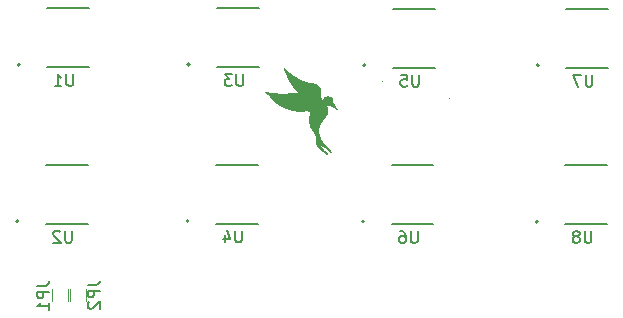
<source format=gbo>
%TF.GenerationSoftware,KiCad,Pcbnew,(5.1.9)-1*%
%TF.CreationDate,2021-05-17T19:38:57-07:00*%
%TF.ProjectId,ShiftRegBoard,53686966-7452-4656-9742-6f6172642e6b,rev?*%
%TF.SameCoordinates,Original*%
%TF.FileFunction,Legend,Bot*%
%TF.FilePolarity,Positive*%
%FSLAX46Y46*%
G04 Gerber Fmt 4.6, Leading zero omitted, Abs format (unit mm)*
G04 Created by KiCad (PCBNEW (5.1.9)-1) date 2021-05-17 19:38:57*
%MOMM*%
%LPD*%
G01*
G04 APERTURE LIST*
%ADD10C,0.010000*%
%ADD11C,0.200000*%
%ADD12C,0.127000*%
%ADD13C,0.120000*%
%ADD14C,0.150000*%
%ADD15R,1.570000X0.410000*%
%ADD16C,4.700000*%
%ADD17R,1.700000X1.700000*%
%ADD18O,1.700000X1.700000*%
%ADD19R,0.900000X0.500000*%
G04 APERTURE END LIST*
D10*
%TO.C,G\u002A\u002A\u002A*%
G36*
X106954116Y-42412758D02*
G01*
X106955175Y-42413817D01*
X106956233Y-42412758D01*
X106955175Y-42411700D01*
X106954116Y-42412758D01*
G37*
X106954116Y-42412758D02*
X106955175Y-42413817D01*
X106956233Y-42412758D01*
X106955175Y-42411700D01*
X106954116Y-42412758D01*
G36*
X112629638Y-43832657D02*
G01*
X112629964Y-43834873D01*
X112631526Y-43840099D01*
X112633987Y-43847416D01*
X112637009Y-43855904D01*
X112640256Y-43864644D01*
X112643389Y-43872714D01*
X112646071Y-43879197D01*
X112647964Y-43883172D01*
X112648415Y-43883842D01*
X112648536Y-43882888D01*
X112647383Y-43878677D01*
X112645170Y-43871917D01*
X112642651Y-43864792D01*
X112638224Y-43852632D01*
X112635020Y-43843907D01*
X112632816Y-43838071D01*
X112631393Y-43834578D01*
X112630528Y-43832882D01*
X112630001Y-43832439D01*
X112629638Y-43832657D01*
G37*
X112629638Y-43832657D02*
X112629964Y-43834873D01*
X112631526Y-43840099D01*
X112633987Y-43847416D01*
X112637009Y-43855904D01*
X112640256Y-43864644D01*
X112643389Y-43872714D01*
X112646071Y-43879197D01*
X112647964Y-43883172D01*
X112648415Y-43883842D01*
X112648536Y-43882888D01*
X112647383Y-43878677D01*
X112645170Y-43871917D01*
X112642651Y-43864792D01*
X112638224Y-43852632D01*
X112635020Y-43843907D01*
X112632816Y-43838071D01*
X112631393Y-43834578D01*
X112630528Y-43832882D01*
X112630001Y-43832439D01*
X112629638Y-43832657D01*
G36*
X98621472Y-41318365D02*
G01*
X98622158Y-41320389D01*
X98624476Y-41325710D01*
X98628192Y-41333826D01*
X98633072Y-41344233D01*
X98638885Y-41356429D01*
X98645291Y-41369697D01*
X98665282Y-41411199D01*
X98686537Y-41455977D01*
X98708756Y-41503376D01*
X98731639Y-41552737D01*
X98754885Y-41603404D01*
X98778193Y-41654720D01*
X98801265Y-41706029D01*
X98823799Y-41756673D01*
X98845495Y-41805995D01*
X98860479Y-41840435D01*
X98875789Y-41875879D01*
X98889573Y-41907968D01*
X98902040Y-41937211D01*
X98913395Y-41964116D01*
X98923847Y-41989191D01*
X98933603Y-42012943D01*
X98942870Y-42035882D01*
X98951855Y-42058514D01*
X98960766Y-42081349D01*
X98969810Y-42104894D01*
X98979193Y-42129658D01*
X98987357Y-42151414D01*
X98998900Y-42181507D01*
X99010466Y-42209952D01*
X99022484Y-42237698D01*
X99035384Y-42265693D01*
X99049595Y-42294885D01*
X99065547Y-42326224D01*
X99073276Y-42341027D01*
X99122687Y-42431245D01*
X99174506Y-42518357D01*
X99229102Y-42602915D01*
X99286843Y-42685469D01*
X99348098Y-42766569D01*
X99406263Y-42838444D01*
X99417906Y-42852343D01*
X99428609Y-42865006D01*
X99438919Y-42877057D01*
X99449382Y-42889123D01*
X99460546Y-42901830D01*
X99472955Y-42915804D01*
X99487158Y-42931672D01*
X99502928Y-42949203D01*
X99509645Y-42956888D01*
X99515165Y-42963642D01*
X99518931Y-42968753D01*
X99520388Y-42971509D01*
X99520390Y-42971561D01*
X99521524Y-42975747D01*
X99524527Y-42982299D01*
X99528800Y-42990146D01*
X99533746Y-42998213D01*
X99538765Y-43005427D01*
X99540537Y-43007686D01*
X99551206Y-43018262D01*
X99565937Y-43028961D01*
X99583251Y-43038975D01*
X99589339Y-43042731D01*
X99597022Y-43048499D01*
X99606607Y-43056539D01*
X99618401Y-43067109D01*
X99632709Y-43080468D01*
X99635875Y-43083474D01*
X99647735Y-43094594D01*
X99659702Y-43105511D01*
X99671097Y-43115631D01*
X99681244Y-43124356D01*
X99689466Y-43131093D01*
X99693342Y-43134039D01*
X99701432Y-43140315D01*
X99711379Y-43148692D01*
X99722101Y-43158225D01*
X99732518Y-43167967D01*
X99735969Y-43171328D01*
X99745775Y-43180717D01*
X99756031Y-43190058D01*
X99765739Y-43198472D01*
X99773899Y-43205080D01*
X99776507Y-43207021D01*
X99784449Y-43212744D01*
X99794538Y-43220064D01*
X99805512Y-43228063D01*
X99816112Y-43235825D01*
X99816724Y-43236274D01*
X99826754Y-43243500D01*
X99839685Y-43252594D01*
X99854867Y-43263116D01*
X99871652Y-43274626D01*
X99889392Y-43286683D01*
X99907439Y-43298846D01*
X99925145Y-43310675D01*
X99941861Y-43321729D01*
X99956938Y-43331568D01*
X99957061Y-43331647D01*
X99962199Y-43335292D01*
X99968458Y-43340197D01*
X99975139Y-43345749D01*
X99981546Y-43351334D01*
X99986981Y-43356339D01*
X99990746Y-43360151D01*
X99992146Y-43362157D01*
X99991941Y-43362319D01*
X99989740Y-43362627D01*
X99983881Y-43363500D01*
X99974889Y-43364857D01*
X99963291Y-43366619D01*
X99949613Y-43368707D01*
X99934379Y-43371039D01*
X99929887Y-43371728D01*
X99882840Y-43378852D01*
X99839413Y-43385206D01*
X99799073Y-43390843D01*
X99761289Y-43395814D01*
X99725528Y-43400173D01*
X99691258Y-43403972D01*
X99657946Y-43407262D01*
X99625060Y-43410096D01*
X99592068Y-43412528D01*
X99558436Y-43414608D01*
X99523633Y-43416389D01*
X99487126Y-43417924D01*
X99448383Y-43419265D01*
X99445249Y-43419363D01*
X99423799Y-43420121D01*
X99405276Y-43421017D01*
X99388372Y-43422156D01*
X99371781Y-43423644D01*
X99354195Y-43425588D01*
X99334309Y-43428092D01*
X99329288Y-43428756D01*
X99246605Y-43439130D01*
X99161850Y-43448488D01*
X99074645Y-43456861D01*
X98984612Y-43464283D01*
X98891373Y-43470786D01*
X98794552Y-43476401D01*
X98744632Y-43478889D01*
X98729649Y-43479478D01*
X98710897Y-43480023D01*
X98688838Y-43480520D01*
X98663937Y-43480968D01*
X98636657Y-43481365D01*
X98607461Y-43481708D01*
X98576813Y-43481995D01*
X98545176Y-43482225D01*
X98513015Y-43482395D01*
X98480791Y-43482502D01*
X98448970Y-43482546D01*
X98418014Y-43482523D01*
X98388387Y-43482431D01*
X98360552Y-43482269D01*
X98334974Y-43482034D01*
X98312114Y-43481724D01*
X98292438Y-43481337D01*
X98281082Y-43481028D01*
X98136521Y-43475082D01*
X97994496Y-43466361D01*
X97854293Y-43454802D01*
X97715197Y-43440343D01*
X97576495Y-43422921D01*
X97506573Y-43413006D01*
X97491583Y-43410824D01*
X97478026Y-43408898D01*
X97466446Y-43407301D01*
X97457389Y-43406106D01*
X97451400Y-43405388D01*
X97449023Y-43405220D01*
X97449008Y-43405228D01*
X97450655Y-43405994D01*
X97455580Y-43407595D01*
X97462974Y-43409780D01*
X97469984Y-43411741D01*
X97488668Y-43417017D01*
X97510205Y-43423367D01*
X97533462Y-43430439D01*
X97557307Y-43437878D01*
X97580607Y-43445331D01*
X97602229Y-43452445D01*
X97621042Y-43458866D01*
X97621740Y-43459111D01*
X97642797Y-43466621D01*
X97664980Y-43474764D01*
X97687705Y-43483309D01*
X97710387Y-43492025D01*
X97732443Y-43500680D01*
X97753288Y-43509044D01*
X97772338Y-43516884D01*
X97789009Y-43523971D01*
X97802717Y-43530073D01*
X97810889Y-43533956D01*
X97821179Y-43539060D01*
X97833797Y-43577160D01*
X97854268Y-43634479D01*
X97878002Y-43692954D01*
X97904557Y-43751690D01*
X97933493Y-43809791D01*
X97964368Y-43866365D01*
X97996741Y-43920514D01*
X98022603Y-43960277D01*
X98060131Y-44012854D01*
X98101617Y-44065491D01*
X98146799Y-44117916D01*
X98195413Y-44169857D01*
X98247198Y-44221043D01*
X98301892Y-44271201D01*
X98359231Y-44320060D01*
X98405965Y-44357359D01*
X98476619Y-44409853D01*
X98550960Y-44460682D01*
X98628727Y-44509703D01*
X98709656Y-44556771D01*
X98793486Y-44601744D01*
X98879952Y-44644478D01*
X98968793Y-44684829D01*
X99059747Y-44722653D01*
X99109771Y-44742025D01*
X99162838Y-44761369D01*
X99219735Y-44780812D01*
X99268507Y-44796585D01*
X99311899Y-44810287D01*
X99279090Y-44809047D01*
X99243838Y-44806951D01*
X99207949Y-44803397D01*
X99173551Y-44798606D01*
X99165849Y-44797314D01*
X99155243Y-44795333D01*
X99143409Y-44792895D01*
X99130924Y-44790147D01*
X99118363Y-44787232D01*
X99106304Y-44784296D01*
X99095323Y-44781484D01*
X99085997Y-44778940D01*
X99078902Y-44776811D01*
X99074615Y-44775239D01*
X99073713Y-44774372D01*
X99074203Y-44774269D01*
X99076658Y-44774592D01*
X99082606Y-44775570D01*
X99091377Y-44777088D01*
X99102303Y-44779030D01*
X99114713Y-44781279D01*
X99115478Y-44781419D01*
X99131648Y-44784279D01*
X99149595Y-44787283D01*
X99168553Y-44790318D01*
X99187758Y-44793269D01*
X99206444Y-44796024D01*
X99223846Y-44798469D01*
X99239198Y-44800491D01*
X99251735Y-44801976D01*
X99258982Y-44802682D01*
X99263842Y-44803026D01*
X99266497Y-44803016D01*
X99266635Y-44802524D01*
X99263942Y-44801423D01*
X99258108Y-44799584D01*
X99248817Y-44796879D01*
X99235759Y-44793182D01*
X99235699Y-44793165D01*
X99169577Y-44773629D01*
X99070739Y-44773629D01*
X99068658Y-44773968D01*
X99065913Y-44773579D01*
X99065880Y-44772856D01*
X99068713Y-44772351D01*
X99069937Y-44772689D01*
X99070739Y-44773629D01*
X99169577Y-44773629D01*
X99160544Y-44770960D01*
X99061074Y-44770960D01*
X99060015Y-44772018D01*
X99058957Y-44770960D01*
X99060015Y-44769902D01*
X99061074Y-44770960D01*
X99160544Y-44770960D01*
X99150416Y-44767968D01*
X99068706Y-44741378D01*
X98990082Y-44713208D01*
X98914060Y-44683274D01*
X98840153Y-44651390D01*
X98767877Y-44617369D01*
X98740398Y-44603670D01*
X98658457Y-44560099D01*
X98579655Y-44513961D01*
X98504048Y-44465302D01*
X98431690Y-44414167D01*
X98362637Y-44360601D01*
X98296945Y-44304649D01*
X98234669Y-44246358D01*
X98175863Y-44185771D01*
X98120585Y-44122934D01*
X98068888Y-44057894D01*
X98061570Y-44048119D01*
X98014444Y-43981237D01*
X97971127Y-43912599D01*
X97931552Y-43842070D01*
X97895647Y-43769516D01*
X97863344Y-43694803D01*
X97834572Y-43617797D01*
X97827975Y-43598327D01*
X97812509Y-43551760D01*
X97773745Y-43534395D01*
X97681368Y-43495277D01*
X97586728Y-43459654D01*
X97490038Y-43427588D01*
X97391513Y-43399141D01*
X97291366Y-43374374D01*
X97189811Y-43353350D01*
X97091515Y-43336794D01*
X97079588Y-43334937D01*
X97068051Y-43333016D01*
X97058101Y-43331238D01*
X97050939Y-43329812D01*
X97050079Y-43329618D01*
X97041833Y-43328288D01*
X97033800Y-43327910D01*
X97030184Y-43328197D01*
X97022093Y-43329513D01*
X97035637Y-43338995D01*
X97041408Y-43343127D01*
X97049829Y-43349278D01*
X97060174Y-43356913D01*
X97071718Y-43365495D01*
X97083736Y-43374490D01*
X97087513Y-43377329D01*
X97177990Y-43448045D01*
X97265978Y-43522090D01*
X97351277Y-43599275D01*
X97433684Y-43679412D01*
X97512998Y-43762310D01*
X97589018Y-43847781D01*
X97591880Y-43851124D01*
X97614702Y-43877724D01*
X97635370Y-43901567D01*
X97654386Y-43923194D01*
X97672249Y-43943147D01*
X97689460Y-43961966D01*
X97706520Y-43980192D01*
X97723929Y-43998367D01*
X97742188Y-44017032D01*
X97761796Y-44036728D01*
X97782908Y-44057653D01*
X97823064Y-44096665D01*
X97861889Y-44133130D01*
X97900440Y-44168000D01*
X97939776Y-44202224D01*
X97980952Y-44236751D01*
X97996390Y-44249406D01*
X98075627Y-44312041D01*
X98154675Y-44370566D01*
X98233743Y-44425088D01*
X98313038Y-44475711D01*
X98392769Y-44522541D01*
X98473143Y-44565683D01*
X98554369Y-44605244D01*
X98636653Y-44641328D01*
X98720206Y-44674041D01*
X98805233Y-44703488D01*
X98891943Y-44729775D01*
X98980545Y-44753007D01*
X98997574Y-44757076D01*
X99013150Y-44760957D01*
X99030690Y-44765678D01*
X99048381Y-44770729D01*
X99064411Y-44775603D01*
X99069540Y-44777254D01*
X99157250Y-44804344D01*
X99247839Y-44829052D01*
X99340599Y-44851238D01*
X99434817Y-44870760D01*
X99529782Y-44887479D01*
X99624785Y-44901254D01*
X99719114Y-44911944D01*
X99776507Y-44916928D01*
X99801604Y-44918803D01*
X99824233Y-44920381D01*
X99845097Y-44921687D01*
X99864903Y-44922745D01*
X99884355Y-44923581D01*
X99904157Y-44924219D01*
X99925015Y-44924682D01*
X99947634Y-44924997D01*
X99972718Y-44925187D01*
X100000973Y-44925277D01*
X100016748Y-44925292D01*
X100048260Y-44925259D01*
X100076237Y-44925119D01*
X100101379Y-44924847D01*
X100124384Y-44924419D01*
X100145950Y-44923812D01*
X100166777Y-44923001D01*
X100187562Y-44921962D01*
X100209005Y-44920672D01*
X100231803Y-44919105D01*
X100256655Y-44917239D01*
X100261223Y-44916883D01*
X100295665Y-44913945D01*
X100332096Y-44910389D01*
X100369578Y-44906330D01*
X100407172Y-44901882D01*
X100443941Y-44897159D01*
X100478945Y-44892275D01*
X100511246Y-44887343D01*
X100529741Y-44884271D01*
X100553784Y-44880128D01*
X100580541Y-44885409D01*
X100635636Y-44898423D01*
X100689736Y-44915472D01*
X100742502Y-44936411D01*
X100793600Y-44961100D01*
X100842692Y-44989393D01*
X100873999Y-45010089D01*
X100882040Y-45015801D01*
X100888777Y-45020784D01*
X100893453Y-45024465D01*
X100895265Y-45026181D01*
X100895128Y-45029325D01*
X100893497Y-45031973D01*
X100887514Y-45040847D01*
X100882081Y-45052720D01*
X100877591Y-45066356D01*
X100874437Y-45080525D01*
X100873014Y-45093992D01*
X100872971Y-45096283D01*
X100872251Y-45104730D01*
X100869999Y-45114969D01*
X100866014Y-45127849D01*
X100864481Y-45132267D01*
X100841404Y-45203491D01*
X100821622Y-45277238D01*
X100805173Y-45353328D01*
X100792093Y-45431581D01*
X100782421Y-45511817D01*
X100779500Y-45544602D01*
X100778690Y-45557652D01*
X100778034Y-45574197D01*
X100777533Y-45593500D01*
X100777186Y-45614823D01*
X100776994Y-45637432D01*
X100776956Y-45660590D01*
X100777072Y-45683560D01*
X100777343Y-45705605D01*
X100777769Y-45725991D01*
X100778349Y-45743979D01*
X100779083Y-45758834D01*
X100779498Y-45764735D01*
X100787004Y-45840168D01*
X100797285Y-45913044D01*
X100810499Y-45984137D01*
X100826805Y-46054217D01*
X100846361Y-46124056D01*
X100865331Y-46182851D01*
X100870583Y-46198234D01*
X100875258Y-46211809D01*
X100879543Y-46223934D01*
X100883622Y-46234965D01*
X100887683Y-46245260D01*
X100891910Y-46255175D01*
X100896490Y-46265069D01*
X100901608Y-46275297D01*
X100907451Y-46286218D01*
X100914204Y-46298188D01*
X100922053Y-46311565D01*
X100931184Y-46326705D01*
X100941783Y-46343965D01*
X100954036Y-46363704D01*
X100968128Y-46386277D01*
X100984246Y-46412042D01*
X100986479Y-46415610D01*
X101016222Y-46463196D01*
X101043794Y-46507405D01*
X101069305Y-46548426D01*
X101092864Y-46586448D01*
X101114579Y-46621662D01*
X101134560Y-46654257D01*
X101152916Y-46684422D01*
X101169756Y-46712347D01*
X101185189Y-46738222D01*
X101199325Y-46762236D01*
X101212272Y-46784579D01*
X101224139Y-46805440D01*
X101235037Y-46825009D01*
X101245073Y-46843475D01*
X101254357Y-46861028D01*
X101262998Y-46877858D01*
X101271105Y-46894155D01*
X101278788Y-46910107D01*
X101286155Y-46925904D01*
X101293315Y-46941736D01*
X101300379Y-46957793D01*
X101305712Y-46970177D01*
X101331039Y-47034610D01*
X101352988Y-47101269D01*
X101371484Y-47169730D01*
X101386452Y-47239571D01*
X101397818Y-47310371D01*
X101405506Y-47381707D01*
X101409443Y-47453157D01*
X101409554Y-47524299D01*
X101408558Y-47551562D01*
X101407774Y-47568133D01*
X101406986Y-47584786D01*
X101406238Y-47600597D01*
X101405574Y-47614643D01*
X101405036Y-47626000D01*
X101404770Y-47631635D01*
X101404517Y-47649211D01*
X101405199Y-47668957D01*
X101406697Y-47689448D01*
X101408896Y-47709258D01*
X101411678Y-47726964D01*
X101413185Y-47734294D01*
X101424230Y-47774233D01*
X101439271Y-47814508D01*
X101458124Y-47854779D01*
X101480606Y-47894706D01*
X101506534Y-47933949D01*
X101535724Y-47972169D01*
X101552080Y-47991468D01*
X101610939Y-48055852D01*
X101671054Y-48116295D01*
X101732390Y-48172765D01*
X101794912Y-48225232D01*
X101858586Y-48273666D01*
X101915398Y-48312831D01*
X101929428Y-48322042D01*
X101944536Y-48331956D01*
X101959586Y-48341826D01*
X101973440Y-48350908D01*
X101984963Y-48358455D01*
X101985566Y-48358850D01*
X101996917Y-48366473D01*
X102010889Y-48376172D01*
X102027059Y-48387631D01*
X102045004Y-48400534D01*
X102064299Y-48414565D01*
X102084522Y-48429407D01*
X102105249Y-48444744D01*
X102126056Y-48460261D01*
X102146520Y-48475640D01*
X102166217Y-48490565D01*
X102184724Y-48504721D01*
X102201618Y-48517791D01*
X102216474Y-48529459D01*
X102228869Y-48539408D01*
X102238380Y-48547323D01*
X102240824Y-48549444D01*
X102249116Y-48556396D01*
X102258177Y-48563416D01*
X102267410Y-48570110D01*
X102276219Y-48576087D01*
X102284010Y-48580957D01*
X102290186Y-48584328D01*
X102294152Y-48585808D01*
X102295340Y-48585257D01*
X102294021Y-48583212D01*
X102290331Y-48578449D01*
X102284674Y-48571448D01*
X102277451Y-48562689D01*
X102269065Y-48552652D01*
X102259918Y-48541819D01*
X102250413Y-48530669D01*
X102240953Y-48519682D01*
X102231939Y-48509340D01*
X102227903Y-48504760D01*
X102215496Y-48491103D01*
X102200702Y-48475405D01*
X102184200Y-48458343D01*
X102166669Y-48440593D01*
X102148787Y-48422831D01*
X102131235Y-48405735D01*
X102114690Y-48389981D01*
X102099833Y-48376245D01*
X102091082Y-48368439D01*
X102078220Y-48357300D01*
X102065813Y-48346813D01*
X102053464Y-48336684D01*
X102040778Y-48326619D01*
X102027357Y-48316323D01*
X102012806Y-48305503D01*
X101996729Y-48293864D01*
X101978730Y-48281112D01*
X101958412Y-48266952D01*
X101935380Y-48251092D01*
X101909236Y-48233236D01*
X101906672Y-48231490D01*
X101874390Y-48209433D01*
X101845331Y-48189383D01*
X101819147Y-48171076D01*
X101795488Y-48154246D01*
X101774006Y-48138629D01*
X101754352Y-48123961D01*
X101736177Y-48109977D01*
X101719132Y-48096412D01*
X101702869Y-48083001D01*
X101687039Y-48069480D01*
X101671293Y-48055584D01*
X101655281Y-48041049D01*
X101653376Y-48039295D01*
X101618773Y-48005552D01*
X101584320Y-47968378D01*
X101550618Y-47928551D01*
X101518269Y-47886850D01*
X101487875Y-47844053D01*
X101460039Y-47800938D01*
X101435361Y-47758284D01*
X101433835Y-47755460D01*
X101429935Y-47748101D01*
X101427627Y-47743436D01*
X101427008Y-47741588D01*
X101428178Y-47742680D01*
X101431235Y-47746835D01*
X101436277Y-47754177D01*
X101443403Y-47764829D01*
X101452711Y-47778913D01*
X101453296Y-47779802D01*
X101496584Y-47841999D01*
X101542705Y-47901423D01*
X101591464Y-47957858D01*
X101642670Y-48011086D01*
X101696130Y-48060890D01*
X101723912Y-48084663D01*
X101735542Y-48094277D01*
X101746188Y-48102941D01*
X101756320Y-48110998D01*
X101766406Y-48118792D01*
X101776917Y-48126665D01*
X101788322Y-48134962D01*
X101801090Y-48144025D01*
X101815691Y-48154198D01*
X101832593Y-48165824D01*
X101852266Y-48179246D01*
X101865657Y-48188346D01*
X101890274Y-48205174D01*
X101911978Y-48220296D01*
X101931455Y-48234234D01*
X101949392Y-48247510D01*
X101966474Y-48260648D01*
X101983387Y-48274169D01*
X102000817Y-48288598D01*
X102019450Y-48304457D01*
X102030175Y-48313731D01*
X102038588Y-48320966D01*
X102045869Y-48327093D01*
X102051428Y-48331625D01*
X102054673Y-48334075D01*
X102055229Y-48334368D01*
X102054194Y-48332912D01*
X102050604Y-48328815D01*
X102044836Y-48322490D01*
X102037269Y-48314349D01*
X102028282Y-48304803D01*
X102020673Y-48296798D01*
X101985420Y-48259425D01*
X101953247Y-48224406D01*
X101923925Y-48191459D01*
X101897221Y-48160303D01*
X101872904Y-48130656D01*
X101850742Y-48102237D01*
X101830505Y-48074763D01*
X101811961Y-48047954D01*
X101795936Y-48023218D01*
X101757354Y-47957720D01*
X101722131Y-47889723D01*
X101690335Y-47819393D01*
X101662034Y-47746895D01*
X101658586Y-47736508D01*
X101424636Y-47736508D01*
X101424481Y-47737469D01*
X101422781Y-47735846D01*
X101421157Y-47733235D01*
X101419794Y-47729963D01*
X101419950Y-47729002D01*
X101421650Y-47730624D01*
X101423274Y-47733235D01*
X101424636Y-47736508D01*
X101658586Y-47736508D01*
X101655040Y-47725827D01*
X101419040Y-47725827D01*
X101417982Y-47726885D01*
X101416924Y-47725827D01*
X101417982Y-47724769D01*
X101419040Y-47725827D01*
X101655040Y-47725827D01*
X101637297Y-47672394D01*
X101616191Y-47596054D01*
X101611466Y-47576602D01*
X101608737Y-47564842D01*
X101606401Y-47554385D01*
X101604620Y-47545984D01*
X101603554Y-47540390D01*
X101603320Y-47538502D01*
X101604001Y-47539242D01*
X101605810Y-47543387D01*
X101608508Y-47550334D01*
X101611856Y-47559479D01*
X101613723Y-47564759D01*
X101618420Y-47577271D01*
X101624456Y-47592019D01*
X101631186Y-47607496D01*
X101637966Y-47622197D01*
X101640911Y-47628259D01*
X101657313Y-47659170D01*
X101674645Y-47687278D01*
X101693654Y-47713611D01*
X101715089Y-47739200D01*
X101739698Y-47765073D01*
X101742165Y-47767520D01*
X101763372Y-47787678D01*
X101784740Y-47806302D01*
X101806824Y-47823766D01*
X101830182Y-47840450D01*
X101855369Y-47856729D01*
X101882942Y-47872980D01*
X101913457Y-47889579D01*
X101947470Y-47906905D01*
X101949265Y-47907793D01*
X101990086Y-47928613D01*
X102029728Y-47950191D01*
X102068907Y-47972965D01*
X102108338Y-47997370D01*
X102148737Y-48023844D01*
X102190820Y-48052823D01*
X102214907Y-48069962D01*
X102217370Y-48071391D01*
X102216784Y-48069943D01*
X102213140Y-48065608D01*
X102206432Y-48058378D01*
X102198893Y-48050543D01*
X102188815Y-48040125D01*
X102178198Y-48029057D01*
X102168056Y-48018404D01*
X102159404Y-48009229D01*
X102156265Y-48005863D01*
X102124485Y-47970008D01*
X102092294Y-47930568D01*
X102060104Y-47888113D01*
X102028328Y-47843209D01*
X101997380Y-47796424D01*
X101967672Y-47748328D01*
X101961873Y-47738527D01*
X101957153Y-47730283D01*
X101951305Y-47719736D01*
X101944588Y-47707385D01*
X101937263Y-47693730D01*
X101929589Y-47679269D01*
X101921827Y-47664502D01*
X101914235Y-47649928D01*
X101907074Y-47636046D01*
X101900604Y-47623354D01*
X101895084Y-47612353D01*
X101890776Y-47603541D01*
X101887937Y-47597417D01*
X101886830Y-47594481D01*
X101886823Y-47594400D01*
X101887819Y-47595588D01*
X101890601Y-47599949D01*
X101894864Y-47606976D01*
X101900302Y-47616161D01*
X101906608Y-47626998D01*
X101908743Y-47630703D01*
X101946531Y-47694075D01*
X101986898Y-47757324D01*
X102029152Y-47819435D01*
X102072601Y-47879393D01*
X102116553Y-47936182D01*
X102118456Y-47938552D01*
X102139830Y-47964682D01*
X102161216Y-47989859D01*
X102182930Y-48014388D01*
X102205284Y-48038577D01*
X102228593Y-48062731D01*
X102253171Y-48087156D01*
X102279333Y-48112157D01*
X102307393Y-48138042D01*
X102337665Y-48165115D01*
X102370462Y-48193684D01*
X102406101Y-48224053D01*
X102444894Y-48256529D01*
X102445623Y-48257135D01*
X102464049Y-48272492D01*
X102479841Y-48285783D01*
X102493664Y-48297595D01*
X102506185Y-48308514D01*
X102518070Y-48319128D01*
X102529983Y-48330022D01*
X102542592Y-48341784D01*
X102554591Y-48353127D01*
X102563433Y-48361414D01*
X102573481Y-48370653D01*
X102584269Y-48380433D01*
X102595331Y-48390343D01*
X102606198Y-48399972D01*
X102616403Y-48408909D01*
X102625479Y-48416743D01*
X102632960Y-48423063D01*
X102638377Y-48427457D01*
X102641264Y-48429516D01*
X102641548Y-48429618D01*
X102641309Y-48428055D01*
X102638615Y-48423591D01*
X102633735Y-48416565D01*
X102626938Y-48407320D01*
X102618492Y-48396193D01*
X102608667Y-48383525D01*
X102597730Y-48369656D01*
X102585952Y-48354927D01*
X102573601Y-48339676D01*
X102560946Y-48324244D01*
X102548255Y-48308970D01*
X102535797Y-48294196D01*
X102523842Y-48280260D01*
X102519253Y-48274987D01*
X102501673Y-48255136D01*
X102481984Y-48233389D01*
X102460087Y-48209641D01*
X102435882Y-48183787D01*
X102409267Y-48155721D01*
X102380142Y-48125340D01*
X102348407Y-48092537D01*
X102313961Y-48057208D01*
X102276703Y-48019248D01*
X102236534Y-47978551D01*
X102209481Y-47951252D01*
X102192998Y-47934635D01*
X102178577Y-47920056D01*
X102165861Y-47907118D01*
X102154495Y-47895426D01*
X102144121Y-47884584D01*
X102134384Y-47874196D01*
X102124928Y-47863867D01*
X102115395Y-47853202D01*
X102105430Y-47841804D01*
X102094677Y-47829277D01*
X102082779Y-47815227D01*
X102069380Y-47799257D01*
X102054124Y-47780972D01*
X102036654Y-47759976D01*
X102029380Y-47751227D01*
X102006087Y-47723204D01*
X101985327Y-47698211D01*
X101966922Y-47676026D01*
X101950695Y-47656428D01*
X101936469Y-47639194D01*
X101924066Y-47624102D01*
X101913309Y-47610931D01*
X101904021Y-47599459D01*
X101896740Y-47590360D01*
X101886823Y-47590360D01*
X101885765Y-47591419D01*
X101884707Y-47590360D01*
X101885765Y-47589302D01*
X101886823Y-47590360D01*
X101896740Y-47590360D01*
X101896023Y-47589464D01*
X101889140Y-47580723D01*
X101883192Y-47573016D01*
X101878004Y-47566119D01*
X101873396Y-47559812D01*
X101869193Y-47553872D01*
X101865217Y-47548078D01*
X101861290Y-47542207D01*
X101857235Y-47536037D01*
X101856736Y-47535274D01*
X101854012Y-47530917D01*
X101603023Y-47530917D01*
X101602634Y-47533662D01*
X101601911Y-47533695D01*
X101601406Y-47530862D01*
X101601744Y-47529638D01*
X101602684Y-47528837D01*
X101603023Y-47530917D01*
X101854012Y-47530917D01*
X101848167Y-47521569D01*
X101601073Y-47521569D01*
X101600299Y-47523311D01*
X101599662Y-47522980D01*
X101599409Y-47520468D01*
X101599662Y-47520157D01*
X101600921Y-47520448D01*
X101601073Y-47521569D01*
X101848167Y-47521569D01*
X101813791Y-47466599D01*
X101773804Y-47396703D01*
X101736885Y-47325870D01*
X101703147Y-47254380D01*
X101672698Y-47182518D01*
X101645651Y-47110564D01*
X101622115Y-47038801D01*
X101602201Y-46967513D01*
X101586020Y-46896980D01*
X101573683Y-46827487D01*
X101570507Y-46805077D01*
X101567715Y-46783375D01*
X101565467Y-46764136D01*
X101563687Y-46746340D01*
X101562300Y-46728971D01*
X101561231Y-46711010D01*
X101560405Y-46691441D01*
X101559747Y-46669246D01*
X101559413Y-46654794D01*
X101559829Y-46575393D01*
X101564460Y-46496048D01*
X101573287Y-46416862D01*
X101586292Y-46337940D01*
X101603456Y-46259386D01*
X101624761Y-46181304D01*
X101650189Y-46103799D01*
X101662769Y-46069668D01*
X101670901Y-46049894D01*
X101681242Y-46027263D01*
X101693475Y-46002320D01*
X101707287Y-45975609D01*
X101722363Y-45947674D01*
X101738388Y-45919058D01*
X101755048Y-45890305D01*
X101772028Y-45861958D01*
X101789012Y-45834563D01*
X101805688Y-45808662D01*
X101821739Y-45784800D01*
X101836852Y-45763520D01*
X101849614Y-45746744D01*
X101856165Y-45738526D01*
X101862675Y-45730462D01*
X101869452Y-45722188D01*
X101876804Y-45713339D01*
X101885039Y-45703552D01*
X101894465Y-45692462D01*
X101905391Y-45679705D01*
X101918125Y-45664917D01*
X101932975Y-45647734D01*
X101950249Y-45627792D01*
X101953543Y-45623994D01*
X101977670Y-45596124D01*
X101999257Y-45571082D01*
X102018580Y-45548533D01*
X102035914Y-45528145D01*
X102051533Y-45509582D01*
X102065714Y-45492511D01*
X102078732Y-45476598D01*
X102090862Y-45461509D01*
X102102380Y-45446911D01*
X102113560Y-45432469D01*
X102124679Y-45417849D01*
X102135961Y-45402785D01*
X102168349Y-45357860D01*
X102197206Y-45314859D01*
X102222657Y-45273568D01*
X102244824Y-45233775D01*
X102263832Y-45195265D01*
X102279803Y-45157825D01*
X102283528Y-45148093D01*
X102298566Y-45102180D01*
X102310335Y-45053916D01*
X102318809Y-45003663D01*
X102323968Y-44951786D01*
X102325787Y-44898650D01*
X102324244Y-44844618D01*
X102319316Y-44790054D01*
X102310979Y-44735323D01*
X102309977Y-44729963D01*
X102302680Y-44695765D01*
X102293388Y-44659039D01*
X102282430Y-44620800D01*
X102270134Y-44582061D01*
X102256825Y-44543835D01*
X102242832Y-44507136D01*
X102228481Y-44472978D01*
X102223298Y-44461516D01*
X102215289Y-44444171D01*
X102231502Y-44437409D01*
X102274031Y-44421923D01*
X102317485Y-44410501D01*
X102361602Y-44403168D01*
X102406120Y-44399950D01*
X102450778Y-44400875D01*
X102495313Y-44405969D01*
X102512841Y-44409140D01*
X102523782Y-44411462D01*
X102534084Y-44413883D01*
X102542550Y-44416109D01*
X102547766Y-44417759D01*
X102554304Y-44420191D01*
X102563022Y-44423351D01*
X102572099Y-44426580D01*
X102572623Y-44426765D01*
X102578345Y-44428860D01*
X102583089Y-44430962D01*
X102587492Y-44433568D01*
X102592188Y-44437173D01*
X102597815Y-44442272D01*
X102605006Y-44449360D01*
X102614399Y-44458935D01*
X102616015Y-44460594D01*
X102641361Y-44485386D01*
X102666422Y-44507240D01*
X102691950Y-44526644D01*
X102718699Y-44544091D01*
X102747419Y-44560070D01*
X102778866Y-44575072D01*
X102813790Y-44589589D01*
X102813923Y-44589642D01*
X102828234Y-44595233D01*
X102844318Y-44601513D01*
X102860400Y-44607789D01*
X102874705Y-44613366D01*
X102877424Y-44614425D01*
X102913993Y-44629593D01*
X102946724Y-44645215D01*
X102976012Y-44661609D01*
X103002250Y-44679091D01*
X103025831Y-44697977D01*
X103047149Y-44718585D01*
X103066597Y-44741231D01*
X103084570Y-44766233D01*
X103101461Y-44793905D01*
X103102249Y-44795302D01*
X103106513Y-44802722D01*
X103109890Y-44808285D01*
X103111946Y-44811296D01*
X103112369Y-44811547D01*
X103111595Y-44809086D01*
X103109458Y-44803432D01*
X103106234Y-44795293D01*
X103102203Y-44785378D01*
X103099585Y-44779041D01*
X103061400Y-44692695D01*
X103019478Y-44608326D01*
X102973854Y-44525994D01*
X102924564Y-44445759D01*
X102871644Y-44367681D01*
X102815131Y-44291820D01*
X102776230Y-44243416D01*
X102753044Y-44215405D01*
X102751627Y-44200024D01*
X102751645Y-44180619D01*
X102753330Y-44169827D01*
X102757200Y-44146533D01*
X102759640Y-44121002D01*
X102760625Y-44094555D01*
X102760130Y-44068512D01*
X102758132Y-44044196D01*
X102755913Y-44029378D01*
X102746561Y-43989663D01*
X102733541Y-43951922D01*
X102716975Y-43916315D01*
X102696987Y-43883006D01*
X102673700Y-43852157D01*
X102647238Y-43823930D01*
X102617724Y-43798488D01*
X102585280Y-43775993D01*
X102550031Y-43756608D01*
X102548253Y-43755750D01*
X102515916Y-43742122D01*
X102482412Y-43731788D01*
X102447103Y-43724592D01*
X102409353Y-43720376D01*
X102403290Y-43719981D01*
X102389585Y-43719166D01*
X102375154Y-43718299D01*
X102361535Y-43717474D01*
X102350265Y-43716784D01*
X102348257Y-43716660D01*
X102317138Y-43716432D01*
X102284223Y-43719324D01*
X102250317Y-43725114D01*
X102216223Y-43733580D01*
X102182743Y-43744500D01*
X102150683Y-43757652D01*
X102120845Y-43772814D01*
X102101024Y-43784960D01*
X102081539Y-43799087D01*
X102065187Y-43813712D01*
X102051204Y-43829730D01*
X102038829Y-43848035D01*
X102027299Y-43869518D01*
X102025269Y-43873762D01*
X102016557Y-43892222D01*
X102009399Y-43907292D01*
X102003563Y-43919424D01*
X101998821Y-43929066D01*
X101994941Y-43936669D01*
X101991695Y-43942683D01*
X101988852Y-43947559D01*
X101986181Y-43951746D01*
X101983453Y-43955695D01*
X101983267Y-43955956D01*
X101969569Y-43972482D01*
X101952977Y-43987520D01*
X101936401Y-43999408D01*
X101920065Y-44010072D01*
X101906090Y-44008814D01*
X101896894Y-44007428D01*
X101886400Y-44004985D01*
X101875802Y-44001860D01*
X101866295Y-43998426D01*
X101859074Y-43995058D01*
X101856382Y-43993263D01*
X101853702Y-43990539D01*
X101848881Y-43985192D01*
X101842479Y-43977858D01*
X101835056Y-43969176D01*
X101830233Y-43963452D01*
X101799006Y-43923110D01*
X101771791Y-43881422D01*
X101748591Y-43838389D01*
X101729404Y-43794013D01*
X101714232Y-43748293D01*
X101703074Y-43701231D01*
X101698169Y-43671352D01*
X101697082Y-43660412D01*
X101696285Y-43646177D01*
X101695779Y-43629578D01*
X101695563Y-43611542D01*
X101695637Y-43592999D01*
X101696002Y-43574879D01*
X101696659Y-43558111D01*
X101697606Y-43543622D01*
X101698138Y-43538002D01*
X101699078Y-43529942D01*
X101700532Y-43518403D01*
X101702407Y-43504097D01*
X101704605Y-43487733D01*
X101707034Y-43470024D01*
X101709596Y-43451679D01*
X101711163Y-43440635D01*
X101713773Y-43422005D01*
X101716297Y-43403365D01*
X101718638Y-43385469D01*
X101720699Y-43369073D01*
X101722387Y-43354933D01*
X101723603Y-43343804D01*
X101724042Y-43339181D01*
X101725153Y-43321325D01*
X101725682Y-43301129D01*
X101725657Y-43279624D01*
X101725111Y-43257841D01*
X101724072Y-43236812D01*
X101722571Y-43217568D01*
X101720638Y-43201141D01*
X101719850Y-43196160D01*
X101708557Y-43142976D01*
X101693223Y-43090846D01*
X101673955Y-43039973D01*
X101650861Y-42990561D01*
X101624046Y-42942813D01*
X101593617Y-42896932D01*
X101559680Y-42853121D01*
X101522344Y-42811584D01*
X101513301Y-42802389D01*
X101475765Y-42767233D01*
X101437473Y-42736146D01*
X101398208Y-42708997D01*
X101357752Y-42685657D01*
X101315887Y-42665994D01*
X101272395Y-42649879D01*
X101244739Y-42641672D01*
X101228147Y-42637509D01*
X101210389Y-42633707D01*
X101191085Y-42630219D01*
X101169853Y-42626995D01*
X101146315Y-42623987D01*
X101120089Y-42621147D01*
X101090796Y-42618427D01*
X101058054Y-42615778D01*
X101021484Y-42613152D01*
X101018990Y-42612983D01*
X100988260Y-42610838D01*
X100961218Y-42608789D01*
X100937322Y-42606762D01*
X100916031Y-42604684D01*
X100896803Y-42602481D01*
X100879095Y-42600079D01*
X100862367Y-42597404D01*
X100846076Y-42594382D01*
X100829681Y-42590940D01*
X100812640Y-42587004D01*
X100794411Y-42582501D01*
X100793565Y-42582286D01*
X100763818Y-42574432D01*
X100730658Y-42565125D01*
X100694583Y-42554532D01*
X100656093Y-42542820D01*
X100615685Y-42530157D01*
X100573858Y-42516709D01*
X100531110Y-42502644D01*
X100487939Y-42488128D01*
X100444845Y-42473329D01*
X100402325Y-42458414D01*
X100360878Y-42443550D01*
X100321001Y-42428904D01*
X100283195Y-42414644D01*
X100247956Y-42400935D01*
X100224182Y-42391390D01*
X100128412Y-42350622D01*
X100031434Y-42305925D01*
X99933376Y-42257382D01*
X99834368Y-42205081D01*
X99734541Y-42149107D01*
X99634023Y-42089545D01*
X99532945Y-42026482D01*
X99431436Y-41960003D01*
X99329626Y-41890193D01*
X99227645Y-41817139D01*
X99125622Y-41740926D01*
X99023687Y-41661640D01*
X98921971Y-41579367D01*
X98820602Y-41494192D01*
X98719710Y-41406201D01*
X98681132Y-41371691D01*
X98670293Y-41361992D01*
X98660831Y-41353651D01*
X98653088Y-41346959D01*
X98647406Y-41342207D01*
X98644128Y-41339687D01*
X98643597Y-41339691D01*
X98643735Y-41339875D01*
X98648313Y-41345362D01*
X98655482Y-41353472D01*
X98664868Y-41363807D01*
X98676096Y-41375970D01*
X98688793Y-41389563D01*
X98702584Y-41404188D01*
X98717094Y-41419448D01*
X98731950Y-41434943D01*
X98746776Y-41450277D01*
X98761200Y-41465052D01*
X98767845Y-41471803D01*
X98790749Y-41494799D01*
X98811357Y-41515015D01*
X98830149Y-41532866D01*
X98847604Y-41548768D01*
X98864203Y-41563135D01*
X98880425Y-41576384D01*
X98896752Y-41588929D01*
X98913662Y-41601185D01*
X98931637Y-41613569D01*
X98931959Y-41613786D01*
X98947206Y-41624288D01*
X98964224Y-41636400D01*
X98982263Y-41649560D01*
X99000576Y-41663202D01*
X99018414Y-41676765D01*
X99035027Y-41689682D01*
X99049667Y-41701392D01*
X99061585Y-41711330D01*
X99062132Y-41711801D01*
X99099416Y-41746554D01*
X99134037Y-41784040D01*
X99165567Y-41823744D01*
X99193581Y-41865153D01*
X99203889Y-41882397D01*
X99214026Y-41900017D01*
X99214423Y-41986114D01*
X99214584Y-42011189D01*
X99214853Y-42032789D01*
X99215278Y-42051672D01*
X99215909Y-42068596D01*
X99216796Y-42084320D01*
X99217989Y-42099600D01*
X99219538Y-42115196D01*
X99221492Y-42131865D01*
X99223901Y-42150365D01*
X99226387Y-42168406D01*
X99236815Y-42231607D01*
X99250554Y-42296381D01*
X99267400Y-42361939D01*
X99287151Y-42427491D01*
X99309183Y-42491105D01*
X99333084Y-42551974D01*
X99359260Y-42611198D01*
X99388014Y-42669340D01*
X99419649Y-42726963D01*
X99454465Y-42784628D01*
X99492767Y-42842898D01*
X99516592Y-42877046D01*
X99521295Y-42883979D01*
X99524669Y-42889592D01*
X99526225Y-42893041D01*
X99526198Y-42893666D01*
X99524349Y-42892633D01*
X99520338Y-42888145D01*
X99514258Y-42880332D01*
X99506204Y-42869321D01*
X99496269Y-42855239D01*
X99484548Y-42838215D01*
X99473951Y-42822569D01*
X99428911Y-42752176D01*
X99388030Y-42681011D01*
X99351301Y-42609052D01*
X99318716Y-42536280D01*
X99290269Y-42462675D01*
X99265953Y-42388217D01*
X99245760Y-42312887D01*
X99229683Y-42236663D01*
X99217716Y-42159527D01*
X99209852Y-42081458D01*
X99209268Y-42073269D01*
X99208733Y-42063207D01*
X99208246Y-42049759D01*
X99207826Y-42033771D01*
X99207492Y-42016088D01*
X99207261Y-41997557D01*
X99207151Y-41979025D01*
X99207144Y-41974254D01*
X99207124Y-41905931D01*
X99200659Y-41893125D01*
X99178347Y-41853493D01*
X99152348Y-41815539D01*
X99123052Y-41779812D01*
X99108740Y-41764444D01*
X99088786Y-41744487D01*
X99068888Y-41725955D01*
X99048354Y-41708289D01*
X99026488Y-41690931D01*
X99002597Y-41673321D01*
X98975985Y-41654901D01*
X98957022Y-41642308D01*
X98943884Y-41633626D01*
X98930639Y-41624736D01*
X98918142Y-41616224D01*
X98907251Y-41608674D01*
X98898823Y-41602671D01*
X98897032Y-41601356D01*
X98865789Y-41576914D01*
X98833279Y-41549101D01*
X98799977Y-41518400D01*
X98766362Y-41485297D01*
X98732910Y-41450276D01*
X98700099Y-41413821D01*
X98668406Y-41376418D01*
X98638307Y-41338552D01*
X98638286Y-41338524D01*
X98632138Y-41330651D01*
X98626953Y-41324256D01*
X98623242Y-41319952D01*
X98621516Y-41318352D01*
X98621472Y-41318365D01*
G37*
X98621472Y-41318365D02*
X98622158Y-41320389D01*
X98624476Y-41325710D01*
X98628192Y-41333826D01*
X98633072Y-41344233D01*
X98638885Y-41356429D01*
X98645291Y-41369697D01*
X98665282Y-41411199D01*
X98686537Y-41455977D01*
X98708756Y-41503376D01*
X98731639Y-41552737D01*
X98754885Y-41603404D01*
X98778193Y-41654720D01*
X98801265Y-41706029D01*
X98823799Y-41756673D01*
X98845495Y-41805995D01*
X98860479Y-41840435D01*
X98875789Y-41875879D01*
X98889573Y-41907968D01*
X98902040Y-41937211D01*
X98913395Y-41964116D01*
X98923847Y-41989191D01*
X98933603Y-42012943D01*
X98942870Y-42035882D01*
X98951855Y-42058514D01*
X98960766Y-42081349D01*
X98969810Y-42104894D01*
X98979193Y-42129658D01*
X98987357Y-42151414D01*
X98998900Y-42181507D01*
X99010466Y-42209952D01*
X99022484Y-42237698D01*
X99035384Y-42265693D01*
X99049595Y-42294885D01*
X99065547Y-42326224D01*
X99073276Y-42341027D01*
X99122687Y-42431245D01*
X99174506Y-42518357D01*
X99229102Y-42602915D01*
X99286843Y-42685469D01*
X99348098Y-42766569D01*
X99406263Y-42838444D01*
X99417906Y-42852343D01*
X99428609Y-42865006D01*
X99438919Y-42877057D01*
X99449382Y-42889123D01*
X99460546Y-42901830D01*
X99472955Y-42915804D01*
X99487158Y-42931672D01*
X99502928Y-42949203D01*
X99509645Y-42956888D01*
X99515165Y-42963642D01*
X99518931Y-42968753D01*
X99520388Y-42971509D01*
X99520390Y-42971561D01*
X99521524Y-42975747D01*
X99524527Y-42982299D01*
X99528800Y-42990146D01*
X99533746Y-42998213D01*
X99538765Y-43005427D01*
X99540537Y-43007686D01*
X99551206Y-43018262D01*
X99565937Y-43028961D01*
X99583251Y-43038975D01*
X99589339Y-43042731D01*
X99597022Y-43048499D01*
X99606607Y-43056539D01*
X99618401Y-43067109D01*
X99632709Y-43080468D01*
X99635875Y-43083474D01*
X99647735Y-43094594D01*
X99659702Y-43105511D01*
X99671097Y-43115631D01*
X99681244Y-43124356D01*
X99689466Y-43131093D01*
X99693342Y-43134039D01*
X99701432Y-43140315D01*
X99711379Y-43148692D01*
X99722101Y-43158225D01*
X99732518Y-43167967D01*
X99735969Y-43171328D01*
X99745775Y-43180717D01*
X99756031Y-43190058D01*
X99765739Y-43198472D01*
X99773899Y-43205080D01*
X99776507Y-43207021D01*
X99784449Y-43212744D01*
X99794538Y-43220064D01*
X99805512Y-43228063D01*
X99816112Y-43235825D01*
X99816724Y-43236274D01*
X99826754Y-43243500D01*
X99839685Y-43252594D01*
X99854867Y-43263116D01*
X99871652Y-43274626D01*
X99889392Y-43286683D01*
X99907439Y-43298846D01*
X99925145Y-43310675D01*
X99941861Y-43321729D01*
X99956938Y-43331568D01*
X99957061Y-43331647D01*
X99962199Y-43335292D01*
X99968458Y-43340197D01*
X99975139Y-43345749D01*
X99981546Y-43351334D01*
X99986981Y-43356339D01*
X99990746Y-43360151D01*
X99992146Y-43362157D01*
X99991941Y-43362319D01*
X99989740Y-43362627D01*
X99983881Y-43363500D01*
X99974889Y-43364857D01*
X99963291Y-43366619D01*
X99949613Y-43368707D01*
X99934379Y-43371039D01*
X99929887Y-43371728D01*
X99882840Y-43378852D01*
X99839413Y-43385206D01*
X99799073Y-43390843D01*
X99761289Y-43395814D01*
X99725528Y-43400173D01*
X99691258Y-43403972D01*
X99657946Y-43407262D01*
X99625060Y-43410096D01*
X99592068Y-43412528D01*
X99558436Y-43414608D01*
X99523633Y-43416389D01*
X99487126Y-43417924D01*
X99448383Y-43419265D01*
X99445249Y-43419363D01*
X99423799Y-43420121D01*
X99405276Y-43421017D01*
X99388372Y-43422156D01*
X99371781Y-43423644D01*
X99354195Y-43425588D01*
X99334309Y-43428092D01*
X99329288Y-43428756D01*
X99246605Y-43439130D01*
X99161850Y-43448488D01*
X99074645Y-43456861D01*
X98984612Y-43464283D01*
X98891373Y-43470786D01*
X98794552Y-43476401D01*
X98744632Y-43478889D01*
X98729649Y-43479478D01*
X98710897Y-43480023D01*
X98688838Y-43480520D01*
X98663937Y-43480968D01*
X98636657Y-43481365D01*
X98607461Y-43481708D01*
X98576813Y-43481995D01*
X98545176Y-43482225D01*
X98513015Y-43482395D01*
X98480791Y-43482502D01*
X98448970Y-43482546D01*
X98418014Y-43482523D01*
X98388387Y-43482431D01*
X98360552Y-43482269D01*
X98334974Y-43482034D01*
X98312114Y-43481724D01*
X98292438Y-43481337D01*
X98281082Y-43481028D01*
X98136521Y-43475082D01*
X97994496Y-43466361D01*
X97854293Y-43454802D01*
X97715197Y-43440343D01*
X97576495Y-43422921D01*
X97506573Y-43413006D01*
X97491583Y-43410824D01*
X97478026Y-43408898D01*
X97466446Y-43407301D01*
X97457389Y-43406106D01*
X97451400Y-43405388D01*
X97449023Y-43405220D01*
X97449008Y-43405228D01*
X97450655Y-43405994D01*
X97455580Y-43407595D01*
X97462974Y-43409780D01*
X97469984Y-43411741D01*
X97488668Y-43417017D01*
X97510205Y-43423367D01*
X97533462Y-43430439D01*
X97557307Y-43437878D01*
X97580607Y-43445331D01*
X97602229Y-43452445D01*
X97621042Y-43458866D01*
X97621740Y-43459111D01*
X97642797Y-43466621D01*
X97664980Y-43474764D01*
X97687705Y-43483309D01*
X97710387Y-43492025D01*
X97732443Y-43500680D01*
X97753288Y-43509044D01*
X97772338Y-43516884D01*
X97789009Y-43523971D01*
X97802717Y-43530073D01*
X97810889Y-43533956D01*
X97821179Y-43539060D01*
X97833797Y-43577160D01*
X97854268Y-43634479D01*
X97878002Y-43692954D01*
X97904557Y-43751690D01*
X97933493Y-43809791D01*
X97964368Y-43866365D01*
X97996741Y-43920514D01*
X98022603Y-43960277D01*
X98060131Y-44012854D01*
X98101617Y-44065491D01*
X98146799Y-44117916D01*
X98195413Y-44169857D01*
X98247198Y-44221043D01*
X98301892Y-44271201D01*
X98359231Y-44320060D01*
X98405965Y-44357359D01*
X98476619Y-44409853D01*
X98550960Y-44460682D01*
X98628727Y-44509703D01*
X98709656Y-44556771D01*
X98793486Y-44601744D01*
X98879952Y-44644478D01*
X98968793Y-44684829D01*
X99059747Y-44722653D01*
X99109771Y-44742025D01*
X99162838Y-44761369D01*
X99219735Y-44780812D01*
X99268507Y-44796585D01*
X99311899Y-44810287D01*
X99279090Y-44809047D01*
X99243838Y-44806951D01*
X99207949Y-44803397D01*
X99173551Y-44798606D01*
X99165849Y-44797314D01*
X99155243Y-44795333D01*
X99143409Y-44792895D01*
X99130924Y-44790147D01*
X99118363Y-44787232D01*
X99106304Y-44784296D01*
X99095323Y-44781484D01*
X99085997Y-44778940D01*
X99078902Y-44776811D01*
X99074615Y-44775239D01*
X99073713Y-44774372D01*
X99074203Y-44774269D01*
X99076658Y-44774592D01*
X99082606Y-44775570D01*
X99091377Y-44777088D01*
X99102303Y-44779030D01*
X99114713Y-44781279D01*
X99115478Y-44781419D01*
X99131648Y-44784279D01*
X99149595Y-44787283D01*
X99168553Y-44790318D01*
X99187758Y-44793269D01*
X99206444Y-44796024D01*
X99223846Y-44798469D01*
X99239198Y-44800491D01*
X99251735Y-44801976D01*
X99258982Y-44802682D01*
X99263842Y-44803026D01*
X99266497Y-44803016D01*
X99266635Y-44802524D01*
X99263942Y-44801423D01*
X99258108Y-44799584D01*
X99248817Y-44796879D01*
X99235759Y-44793182D01*
X99235699Y-44793165D01*
X99169577Y-44773629D01*
X99070739Y-44773629D01*
X99068658Y-44773968D01*
X99065913Y-44773579D01*
X99065880Y-44772856D01*
X99068713Y-44772351D01*
X99069937Y-44772689D01*
X99070739Y-44773629D01*
X99169577Y-44773629D01*
X99160544Y-44770960D01*
X99061074Y-44770960D01*
X99060015Y-44772018D01*
X99058957Y-44770960D01*
X99060015Y-44769902D01*
X99061074Y-44770960D01*
X99160544Y-44770960D01*
X99150416Y-44767968D01*
X99068706Y-44741378D01*
X98990082Y-44713208D01*
X98914060Y-44683274D01*
X98840153Y-44651390D01*
X98767877Y-44617369D01*
X98740398Y-44603670D01*
X98658457Y-44560099D01*
X98579655Y-44513961D01*
X98504048Y-44465302D01*
X98431690Y-44414167D01*
X98362637Y-44360601D01*
X98296945Y-44304649D01*
X98234669Y-44246358D01*
X98175863Y-44185771D01*
X98120585Y-44122934D01*
X98068888Y-44057894D01*
X98061570Y-44048119D01*
X98014444Y-43981237D01*
X97971127Y-43912599D01*
X97931552Y-43842070D01*
X97895647Y-43769516D01*
X97863344Y-43694803D01*
X97834572Y-43617797D01*
X97827975Y-43598327D01*
X97812509Y-43551760D01*
X97773745Y-43534395D01*
X97681368Y-43495277D01*
X97586728Y-43459654D01*
X97490038Y-43427588D01*
X97391513Y-43399141D01*
X97291366Y-43374374D01*
X97189811Y-43353350D01*
X97091515Y-43336794D01*
X97079588Y-43334937D01*
X97068051Y-43333016D01*
X97058101Y-43331238D01*
X97050939Y-43329812D01*
X97050079Y-43329618D01*
X97041833Y-43328288D01*
X97033800Y-43327910D01*
X97030184Y-43328197D01*
X97022093Y-43329513D01*
X97035637Y-43338995D01*
X97041408Y-43343127D01*
X97049829Y-43349278D01*
X97060174Y-43356913D01*
X97071718Y-43365495D01*
X97083736Y-43374490D01*
X97087513Y-43377329D01*
X97177990Y-43448045D01*
X97265978Y-43522090D01*
X97351277Y-43599275D01*
X97433684Y-43679412D01*
X97512998Y-43762310D01*
X97589018Y-43847781D01*
X97591880Y-43851124D01*
X97614702Y-43877724D01*
X97635370Y-43901567D01*
X97654386Y-43923194D01*
X97672249Y-43943147D01*
X97689460Y-43961966D01*
X97706520Y-43980192D01*
X97723929Y-43998367D01*
X97742188Y-44017032D01*
X97761796Y-44036728D01*
X97782908Y-44057653D01*
X97823064Y-44096665D01*
X97861889Y-44133130D01*
X97900440Y-44168000D01*
X97939776Y-44202224D01*
X97980952Y-44236751D01*
X97996390Y-44249406D01*
X98075627Y-44312041D01*
X98154675Y-44370566D01*
X98233743Y-44425088D01*
X98313038Y-44475711D01*
X98392769Y-44522541D01*
X98473143Y-44565683D01*
X98554369Y-44605244D01*
X98636653Y-44641328D01*
X98720206Y-44674041D01*
X98805233Y-44703488D01*
X98891943Y-44729775D01*
X98980545Y-44753007D01*
X98997574Y-44757076D01*
X99013150Y-44760957D01*
X99030690Y-44765678D01*
X99048381Y-44770729D01*
X99064411Y-44775603D01*
X99069540Y-44777254D01*
X99157250Y-44804344D01*
X99247839Y-44829052D01*
X99340599Y-44851238D01*
X99434817Y-44870760D01*
X99529782Y-44887479D01*
X99624785Y-44901254D01*
X99719114Y-44911944D01*
X99776507Y-44916928D01*
X99801604Y-44918803D01*
X99824233Y-44920381D01*
X99845097Y-44921687D01*
X99864903Y-44922745D01*
X99884355Y-44923581D01*
X99904157Y-44924219D01*
X99925015Y-44924682D01*
X99947634Y-44924997D01*
X99972718Y-44925187D01*
X100000973Y-44925277D01*
X100016748Y-44925292D01*
X100048260Y-44925259D01*
X100076237Y-44925119D01*
X100101379Y-44924847D01*
X100124384Y-44924419D01*
X100145950Y-44923812D01*
X100166777Y-44923001D01*
X100187562Y-44921962D01*
X100209005Y-44920672D01*
X100231803Y-44919105D01*
X100256655Y-44917239D01*
X100261223Y-44916883D01*
X100295665Y-44913945D01*
X100332096Y-44910389D01*
X100369578Y-44906330D01*
X100407172Y-44901882D01*
X100443941Y-44897159D01*
X100478945Y-44892275D01*
X100511246Y-44887343D01*
X100529741Y-44884271D01*
X100553784Y-44880128D01*
X100580541Y-44885409D01*
X100635636Y-44898423D01*
X100689736Y-44915472D01*
X100742502Y-44936411D01*
X100793600Y-44961100D01*
X100842692Y-44989393D01*
X100873999Y-45010089D01*
X100882040Y-45015801D01*
X100888777Y-45020784D01*
X100893453Y-45024465D01*
X100895265Y-45026181D01*
X100895128Y-45029325D01*
X100893497Y-45031973D01*
X100887514Y-45040847D01*
X100882081Y-45052720D01*
X100877591Y-45066356D01*
X100874437Y-45080525D01*
X100873014Y-45093992D01*
X100872971Y-45096283D01*
X100872251Y-45104730D01*
X100869999Y-45114969D01*
X100866014Y-45127849D01*
X100864481Y-45132267D01*
X100841404Y-45203491D01*
X100821622Y-45277238D01*
X100805173Y-45353328D01*
X100792093Y-45431581D01*
X100782421Y-45511817D01*
X100779500Y-45544602D01*
X100778690Y-45557652D01*
X100778034Y-45574197D01*
X100777533Y-45593500D01*
X100777186Y-45614823D01*
X100776994Y-45637432D01*
X100776956Y-45660590D01*
X100777072Y-45683560D01*
X100777343Y-45705605D01*
X100777769Y-45725991D01*
X100778349Y-45743979D01*
X100779083Y-45758834D01*
X100779498Y-45764735D01*
X100787004Y-45840168D01*
X100797285Y-45913044D01*
X100810499Y-45984137D01*
X100826805Y-46054217D01*
X100846361Y-46124056D01*
X100865331Y-46182851D01*
X100870583Y-46198234D01*
X100875258Y-46211809D01*
X100879543Y-46223934D01*
X100883622Y-46234965D01*
X100887683Y-46245260D01*
X100891910Y-46255175D01*
X100896490Y-46265069D01*
X100901608Y-46275297D01*
X100907451Y-46286218D01*
X100914204Y-46298188D01*
X100922053Y-46311565D01*
X100931184Y-46326705D01*
X100941783Y-46343965D01*
X100954036Y-46363704D01*
X100968128Y-46386277D01*
X100984246Y-46412042D01*
X100986479Y-46415610D01*
X101016222Y-46463196D01*
X101043794Y-46507405D01*
X101069305Y-46548426D01*
X101092864Y-46586448D01*
X101114579Y-46621662D01*
X101134560Y-46654257D01*
X101152916Y-46684422D01*
X101169756Y-46712347D01*
X101185189Y-46738222D01*
X101199325Y-46762236D01*
X101212272Y-46784579D01*
X101224139Y-46805440D01*
X101235037Y-46825009D01*
X101245073Y-46843475D01*
X101254357Y-46861028D01*
X101262998Y-46877858D01*
X101271105Y-46894155D01*
X101278788Y-46910107D01*
X101286155Y-46925904D01*
X101293315Y-46941736D01*
X101300379Y-46957793D01*
X101305712Y-46970177D01*
X101331039Y-47034610D01*
X101352988Y-47101269D01*
X101371484Y-47169730D01*
X101386452Y-47239571D01*
X101397818Y-47310371D01*
X101405506Y-47381707D01*
X101409443Y-47453157D01*
X101409554Y-47524299D01*
X101408558Y-47551562D01*
X101407774Y-47568133D01*
X101406986Y-47584786D01*
X101406238Y-47600597D01*
X101405574Y-47614643D01*
X101405036Y-47626000D01*
X101404770Y-47631635D01*
X101404517Y-47649211D01*
X101405199Y-47668957D01*
X101406697Y-47689448D01*
X101408896Y-47709258D01*
X101411678Y-47726964D01*
X101413185Y-47734294D01*
X101424230Y-47774233D01*
X101439271Y-47814508D01*
X101458124Y-47854779D01*
X101480606Y-47894706D01*
X101506534Y-47933949D01*
X101535724Y-47972169D01*
X101552080Y-47991468D01*
X101610939Y-48055852D01*
X101671054Y-48116295D01*
X101732390Y-48172765D01*
X101794912Y-48225232D01*
X101858586Y-48273666D01*
X101915398Y-48312831D01*
X101929428Y-48322042D01*
X101944536Y-48331956D01*
X101959586Y-48341826D01*
X101973440Y-48350908D01*
X101984963Y-48358455D01*
X101985566Y-48358850D01*
X101996917Y-48366473D01*
X102010889Y-48376172D01*
X102027059Y-48387631D01*
X102045004Y-48400534D01*
X102064299Y-48414565D01*
X102084522Y-48429407D01*
X102105249Y-48444744D01*
X102126056Y-48460261D01*
X102146520Y-48475640D01*
X102166217Y-48490565D01*
X102184724Y-48504721D01*
X102201618Y-48517791D01*
X102216474Y-48529459D01*
X102228869Y-48539408D01*
X102238380Y-48547323D01*
X102240824Y-48549444D01*
X102249116Y-48556396D01*
X102258177Y-48563416D01*
X102267410Y-48570110D01*
X102276219Y-48576087D01*
X102284010Y-48580957D01*
X102290186Y-48584328D01*
X102294152Y-48585808D01*
X102295340Y-48585257D01*
X102294021Y-48583212D01*
X102290331Y-48578449D01*
X102284674Y-48571448D01*
X102277451Y-48562689D01*
X102269065Y-48552652D01*
X102259918Y-48541819D01*
X102250413Y-48530669D01*
X102240953Y-48519682D01*
X102231939Y-48509340D01*
X102227903Y-48504760D01*
X102215496Y-48491103D01*
X102200702Y-48475405D01*
X102184200Y-48458343D01*
X102166669Y-48440593D01*
X102148787Y-48422831D01*
X102131235Y-48405735D01*
X102114690Y-48389981D01*
X102099833Y-48376245D01*
X102091082Y-48368439D01*
X102078220Y-48357300D01*
X102065813Y-48346813D01*
X102053464Y-48336684D01*
X102040778Y-48326619D01*
X102027357Y-48316323D01*
X102012806Y-48305503D01*
X101996729Y-48293864D01*
X101978730Y-48281112D01*
X101958412Y-48266952D01*
X101935380Y-48251092D01*
X101909236Y-48233236D01*
X101906672Y-48231490D01*
X101874390Y-48209433D01*
X101845331Y-48189383D01*
X101819147Y-48171076D01*
X101795488Y-48154246D01*
X101774006Y-48138629D01*
X101754352Y-48123961D01*
X101736177Y-48109977D01*
X101719132Y-48096412D01*
X101702869Y-48083001D01*
X101687039Y-48069480D01*
X101671293Y-48055584D01*
X101655281Y-48041049D01*
X101653376Y-48039295D01*
X101618773Y-48005552D01*
X101584320Y-47968378D01*
X101550618Y-47928551D01*
X101518269Y-47886850D01*
X101487875Y-47844053D01*
X101460039Y-47800938D01*
X101435361Y-47758284D01*
X101433835Y-47755460D01*
X101429935Y-47748101D01*
X101427627Y-47743436D01*
X101427008Y-47741588D01*
X101428178Y-47742680D01*
X101431235Y-47746835D01*
X101436277Y-47754177D01*
X101443403Y-47764829D01*
X101452711Y-47778913D01*
X101453296Y-47779802D01*
X101496584Y-47841999D01*
X101542705Y-47901423D01*
X101591464Y-47957858D01*
X101642670Y-48011086D01*
X101696130Y-48060890D01*
X101723912Y-48084663D01*
X101735542Y-48094277D01*
X101746188Y-48102941D01*
X101756320Y-48110998D01*
X101766406Y-48118792D01*
X101776917Y-48126665D01*
X101788322Y-48134962D01*
X101801090Y-48144025D01*
X101815691Y-48154198D01*
X101832593Y-48165824D01*
X101852266Y-48179246D01*
X101865657Y-48188346D01*
X101890274Y-48205174D01*
X101911978Y-48220296D01*
X101931455Y-48234234D01*
X101949392Y-48247510D01*
X101966474Y-48260648D01*
X101983387Y-48274169D01*
X102000817Y-48288598D01*
X102019450Y-48304457D01*
X102030175Y-48313731D01*
X102038588Y-48320966D01*
X102045869Y-48327093D01*
X102051428Y-48331625D01*
X102054673Y-48334075D01*
X102055229Y-48334368D01*
X102054194Y-48332912D01*
X102050604Y-48328815D01*
X102044836Y-48322490D01*
X102037269Y-48314349D01*
X102028282Y-48304803D01*
X102020673Y-48296798D01*
X101985420Y-48259425D01*
X101953247Y-48224406D01*
X101923925Y-48191459D01*
X101897221Y-48160303D01*
X101872904Y-48130656D01*
X101850742Y-48102237D01*
X101830505Y-48074763D01*
X101811961Y-48047954D01*
X101795936Y-48023218D01*
X101757354Y-47957720D01*
X101722131Y-47889723D01*
X101690335Y-47819393D01*
X101662034Y-47746895D01*
X101658586Y-47736508D01*
X101424636Y-47736508D01*
X101424481Y-47737469D01*
X101422781Y-47735846D01*
X101421157Y-47733235D01*
X101419794Y-47729963D01*
X101419950Y-47729002D01*
X101421650Y-47730624D01*
X101423274Y-47733235D01*
X101424636Y-47736508D01*
X101658586Y-47736508D01*
X101655040Y-47725827D01*
X101419040Y-47725827D01*
X101417982Y-47726885D01*
X101416924Y-47725827D01*
X101417982Y-47724769D01*
X101419040Y-47725827D01*
X101655040Y-47725827D01*
X101637297Y-47672394D01*
X101616191Y-47596054D01*
X101611466Y-47576602D01*
X101608737Y-47564842D01*
X101606401Y-47554385D01*
X101604620Y-47545984D01*
X101603554Y-47540390D01*
X101603320Y-47538502D01*
X101604001Y-47539242D01*
X101605810Y-47543387D01*
X101608508Y-47550334D01*
X101611856Y-47559479D01*
X101613723Y-47564759D01*
X101618420Y-47577271D01*
X101624456Y-47592019D01*
X101631186Y-47607496D01*
X101637966Y-47622197D01*
X101640911Y-47628259D01*
X101657313Y-47659170D01*
X101674645Y-47687278D01*
X101693654Y-47713611D01*
X101715089Y-47739200D01*
X101739698Y-47765073D01*
X101742165Y-47767520D01*
X101763372Y-47787678D01*
X101784740Y-47806302D01*
X101806824Y-47823766D01*
X101830182Y-47840450D01*
X101855369Y-47856729D01*
X101882942Y-47872980D01*
X101913457Y-47889579D01*
X101947470Y-47906905D01*
X101949265Y-47907793D01*
X101990086Y-47928613D01*
X102029728Y-47950191D01*
X102068907Y-47972965D01*
X102108338Y-47997370D01*
X102148737Y-48023844D01*
X102190820Y-48052823D01*
X102214907Y-48069962D01*
X102217370Y-48071391D01*
X102216784Y-48069943D01*
X102213140Y-48065608D01*
X102206432Y-48058378D01*
X102198893Y-48050543D01*
X102188815Y-48040125D01*
X102178198Y-48029057D01*
X102168056Y-48018404D01*
X102159404Y-48009229D01*
X102156265Y-48005863D01*
X102124485Y-47970008D01*
X102092294Y-47930568D01*
X102060104Y-47888113D01*
X102028328Y-47843209D01*
X101997380Y-47796424D01*
X101967672Y-47748328D01*
X101961873Y-47738527D01*
X101957153Y-47730283D01*
X101951305Y-47719736D01*
X101944588Y-47707385D01*
X101937263Y-47693730D01*
X101929589Y-47679269D01*
X101921827Y-47664502D01*
X101914235Y-47649928D01*
X101907074Y-47636046D01*
X101900604Y-47623354D01*
X101895084Y-47612353D01*
X101890776Y-47603541D01*
X101887937Y-47597417D01*
X101886830Y-47594481D01*
X101886823Y-47594400D01*
X101887819Y-47595588D01*
X101890601Y-47599949D01*
X101894864Y-47606976D01*
X101900302Y-47616161D01*
X101906608Y-47626998D01*
X101908743Y-47630703D01*
X101946531Y-47694075D01*
X101986898Y-47757324D01*
X102029152Y-47819435D01*
X102072601Y-47879393D01*
X102116553Y-47936182D01*
X102118456Y-47938552D01*
X102139830Y-47964682D01*
X102161216Y-47989859D01*
X102182930Y-48014388D01*
X102205284Y-48038577D01*
X102228593Y-48062731D01*
X102253171Y-48087156D01*
X102279333Y-48112157D01*
X102307393Y-48138042D01*
X102337665Y-48165115D01*
X102370462Y-48193684D01*
X102406101Y-48224053D01*
X102444894Y-48256529D01*
X102445623Y-48257135D01*
X102464049Y-48272492D01*
X102479841Y-48285783D01*
X102493664Y-48297595D01*
X102506185Y-48308514D01*
X102518070Y-48319128D01*
X102529983Y-48330022D01*
X102542592Y-48341784D01*
X102554591Y-48353127D01*
X102563433Y-48361414D01*
X102573481Y-48370653D01*
X102584269Y-48380433D01*
X102595331Y-48390343D01*
X102606198Y-48399972D01*
X102616403Y-48408909D01*
X102625479Y-48416743D01*
X102632960Y-48423063D01*
X102638377Y-48427457D01*
X102641264Y-48429516D01*
X102641548Y-48429618D01*
X102641309Y-48428055D01*
X102638615Y-48423591D01*
X102633735Y-48416565D01*
X102626938Y-48407320D01*
X102618492Y-48396193D01*
X102608667Y-48383525D01*
X102597730Y-48369656D01*
X102585952Y-48354927D01*
X102573601Y-48339676D01*
X102560946Y-48324244D01*
X102548255Y-48308970D01*
X102535797Y-48294196D01*
X102523842Y-48280260D01*
X102519253Y-48274987D01*
X102501673Y-48255136D01*
X102481984Y-48233389D01*
X102460087Y-48209641D01*
X102435882Y-48183787D01*
X102409267Y-48155721D01*
X102380142Y-48125340D01*
X102348407Y-48092537D01*
X102313961Y-48057208D01*
X102276703Y-48019248D01*
X102236534Y-47978551D01*
X102209481Y-47951252D01*
X102192998Y-47934635D01*
X102178577Y-47920056D01*
X102165861Y-47907118D01*
X102154495Y-47895426D01*
X102144121Y-47884584D01*
X102134384Y-47874196D01*
X102124928Y-47863867D01*
X102115395Y-47853202D01*
X102105430Y-47841804D01*
X102094677Y-47829277D01*
X102082779Y-47815227D01*
X102069380Y-47799257D01*
X102054124Y-47780972D01*
X102036654Y-47759976D01*
X102029380Y-47751227D01*
X102006087Y-47723204D01*
X101985327Y-47698211D01*
X101966922Y-47676026D01*
X101950695Y-47656428D01*
X101936469Y-47639194D01*
X101924066Y-47624102D01*
X101913309Y-47610931D01*
X101904021Y-47599459D01*
X101896740Y-47590360D01*
X101886823Y-47590360D01*
X101885765Y-47591419D01*
X101884707Y-47590360D01*
X101885765Y-47589302D01*
X101886823Y-47590360D01*
X101896740Y-47590360D01*
X101896023Y-47589464D01*
X101889140Y-47580723D01*
X101883192Y-47573016D01*
X101878004Y-47566119D01*
X101873396Y-47559812D01*
X101869193Y-47553872D01*
X101865217Y-47548078D01*
X101861290Y-47542207D01*
X101857235Y-47536037D01*
X101856736Y-47535274D01*
X101854012Y-47530917D01*
X101603023Y-47530917D01*
X101602634Y-47533662D01*
X101601911Y-47533695D01*
X101601406Y-47530862D01*
X101601744Y-47529638D01*
X101602684Y-47528837D01*
X101603023Y-47530917D01*
X101854012Y-47530917D01*
X101848167Y-47521569D01*
X101601073Y-47521569D01*
X101600299Y-47523311D01*
X101599662Y-47522980D01*
X101599409Y-47520468D01*
X101599662Y-47520157D01*
X101600921Y-47520448D01*
X101601073Y-47521569D01*
X101848167Y-47521569D01*
X101813791Y-47466599D01*
X101773804Y-47396703D01*
X101736885Y-47325870D01*
X101703147Y-47254380D01*
X101672698Y-47182518D01*
X101645651Y-47110564D01*
X101622115Y-47038801D01*
X101602201Y-46967513D01*
X101586020Y-46896980D01*
X101573683Y-46827487D01*
X101570507Y-46805077D01*
X101567715Y-46783375D01*
X101565467Y-46764136D01*
X101563687Y-46746340D01*
X101562300Y-46728971D01*
X101561231Y-46711010D01*
X101560405Y-46691441D01*
X101559747Y-46669246D01*
X101559413Y-46654794D01*
X101559829Y-46575393D01*
X101564460Y-46496048D01*
X101573287Y-46416862D01*
X101586292Y-46337940D01*
X101603456Y-46259386D01*
X101624761Y-46181304D01*
X101650189Y-46103799D01*
X101662769Y-46069668D01*
X101670901Y-46049894D01*
X101681242Y-46027263D01*
X101693475Y-46002320D01*
X101707287Y-45975609D01*
X101722363Y-45947674D01*
X101738388Y-45919058D01*
X101755048Y-45890305D01*
X101772028Y-45861958D01*
X101789012Y-45834563D01*
X101805688Y-45808662D01*
X101821739Y-45784800D01*
X101836852Y-45763520D01*
X101849614Y-45746744D01*
X101856165Y-45738526D01*
X101862675Y-45730462D01*
X101869452Y-45722188D01*
X101876804Y-45713339D01*
X101885039Y-45703552D01*
X101894465Y-45692462D01*
X101905391Y-45679705D01*
X101918125Y-45664917D01*
X101932975Y-45647734D01*
X101950249Y-45627792D01*
X101953543Y-45623994D01*
X101977670Y-45596124D01*
X101999257Y-45571082D01*
X102018580Y-45548533D01*
X102035914Y-45528145D01*
X102051533Y-45509582D01*
X102065714Y-45492511D01*
X102078732Y-45476598D01*
X102090862Y-45461509D01*
X102102380Y-45446911D01*
X102113560Y-45432469D01*
X102124679Y-45417849D01*
X102135961Y-45402785D01*
X102168349Y-45357860D01*
X102197206Y-45314859D01*
X102222657Y-45273568D01*
X102244824Y-45233775D01*
X102263832Y-45195265D01*
X102279803Y-45157825D01*
X102283528Y-45148093D01*
X102298566Y-45102180D01*
X102310335Y-45053916D01*
X102318809Y-45003663D01*
X102323968Y-44951786D01*
X102325787Y-44898650D01*
X102324244Y-44844618D01*
X102319316Y-44790054D01*
X102310979Y-44735323D01*
X102309977Y-44729963D01*
X102302680Y-44695765D01*
X102293388Y-44659039D01*
X102282430Y-44620800D01*
X102270134Y-44582061D01*
X102256825Y-44543835D01*
X102242832Y-44507136D01*
X102228481Y-44472978D01*
X102223298Y-44461516D01*
X102215289Y-44444171D01*
X102231502Y-44437409D01*
X102274031Y-44421923D01*
X102317485Y-44410501D01*
X102361602Y-44403168D01*
X102406120Y-44399950D01*
X102450778Y-44400875D01*
X102495313Y-44405969D01*
X102512841Y-44409140D01*
X102523782Y-44411462D01*
X102534084Y-44413883D01*
X102542550Y-44416109D01*
X102547766Y-44417759D01*
X102554304Y-44420191D01*
X102563022Y-44423351D01*
X102572099Y-44426580D01*
X102572623Y-44426765D01*
X102578345Y-44428860D01*
X102583089Y-44430962D01*
X102587492Y-44433568D01*
X102592188Y-44437173D01*
X102597815Y-44442272D01*
X102605006Y-44449360D01*
X102614399Y-44458935D01*
X102616015Y-44460594D01*
X102641361Y-44485386D01*
X102666422Y-44507240D01*
X102691950Y-44526644D01*
X102718699Y-44544091D01*
X102747419Y-44560070D01*
X102778866Y-44575072D01*
X102813790Y-44589589D01*
X102813923Y-44589642D01*
X102828234Y-44595233D01*
X102844318Y-44601513D01*
X102860400Y-44607789D01*
X102874705Y-44613366D01*
X102877424Y-44614425D01*
X102913993Y-44629593D01*
X102946724Y-44645215D01*
X102976012Y-44661609D01*
X103002250Y-44679091D01*
X103025831Y-44697977D01*
X103047149Y-44718585D01*
X103066597Y-44741231D01*
X103084570Y-44766233D01*
X103101461Y-44793905D01*
X103102249Y-44795302D01*
X103106513Y-44802722D01*
X103109890Y-44808285D01*
X103111946Y-44811296D01*
X103112369Y-44811547D01*
X103111595Y-44809086D01*
X103109458Y-44803432D01*
X103106234Y-44795293D01*
X103102203Y-44785378D01*
X103099585Y-44779041D01*
X103061400Y-44692695D01*
X103019478Y-44608326D01*
X102973854Y-44525994D01*
X102924564Y-44445759D01*
X102871644Y-44367681D01*
X102815131Y-44291820D01*
X102776230Y-44243416D01*
X102753044Y-44215405D01*
X102751627Y-44200024D01*
X102751645Y-44180619D01*
X102753330Y-44169827D01*
X102757200Y-44146533D01*
X102759640Y-44121002D01*
X102760625Y-44094555D01*
X102760130Y-44068512D01*
X102758132Y-44044196D01*
X102755913Y-44029378D01*
X102746561Y-43989663D01*
X102733541Y-43951922D01*
X102716975Y-43916315D01*
X102696987Y-43883006D01*
X102673700Y-43852157D01*
X102647238Y-43823930D01*
X102617724Y-43798488D01*
X102585280Y-43775993D01*
X102550031Y-43756608D01*
X102548253Y-43755750D01*
X102515916Y-43742122D01*
X102482412Y-43731788D01*
X102447103Y-43724592D01*
X102409353Y-43720376D01*
X102403290Y-43719981D01*
X102389585Y-43719166D01*
X102375154Y-43718299D01*
X102361535Y-43717474D01*
X102350265Y-43716784D01*
X102348257Y-43716660D01*
X102317138Y-43716432D01*
X102284223Y-43719324D01*
X102250317Y-43725114D01*
X102216223Y-43733580D01*
X102182743Y-43744500D01*
X102150683Y-43757652D01*
X102120845Y-43772814D01*
X102101024Y-43784960D01*
X102081539Y-43799087D01*
X102065187Y-43813712D01*
X102051204Y-43829730D01*
X102038829Y-43848035D01*
X102027299Y-43869518D01*
X102025269Y-43873762D01*
X102016557Y-43892222D01*
X102009399Y-43907292D01*
X102003563Y-43919424D01*
X101998821Y-43929066D01*
X101994941Y-43936669D01*
X101991695Y-43942683D01*
X101988852Y-43947559D01*
X101986181Y-43951746D01*
X101983453Y-43955695D01*
X101983267Y-43955956D01*
X101969569Y-43972482D01*
X101952977Y-43987520D01*
X101936401Y-43999408D01*
X101920065Y-44010072D01*
X101906090Y-44008814D01*
X101896894Y-44007428D01*
X101886400Y-44004985D01*
X101875802Y-44001860D01*
X101866295Y-43998426D01*
X101859074Y-43995058D01*
X101856382Y-43993263D01*
X101853702Y-43990539D01*
X101848881Y-43985192D01*
X101842479Y-43977858D01*
X101835056Y-43969176D01*
X101830233Y-43963452D01*
X101799006Y-43923110D01*
X101771791Y-43881422D01*
X101748591Y-43838389D01*
X101729404Y-43794013D01*
X101714232Y-43748293D01*
X101703074Y-43701231D01*
X101698169Y-43671352D01*
X101697082Y-43660412D01*
X101696285Y-43646177D01*
X101695779Y-43629578D01*
X101695563Y-43611542D01*
X101695637Y-43592999D01*
X101696002Y-43574879D01*
X101696659Y-43558111D01*
X101697606Y-43543622D01*
X101698138Y-43538002D01*
X101699078Y-43529942D01*
X101700532Y-43518403D01*
X101702407Y-43504097D01*
X101704605Y-43487733D01*
X101707034Y-43470024D01*
X101709596Y-43451679D01*
X101711163Y-43440635D01*
X101713773Y-43422005D01*
X101716297Y-43403365D01*
X101718638Y-43385469D01*
X101720699Y-43369073D01*
X101722387Y-43354933D01*
X101723603Y-43343804D01*
X101724042Y-43339181D01*
X101725153Y-43321325D01*
X101725682Y-43301129D01*
X101725657Y-43279624D01*
X101725111Y-43257841D01*
X101724072Y-43236812D01*
X101722571Y-43217568D01*
X101720638Y-43201141D01*
X101719850Y-43196160D01*
X101708557Y-43142976D01*
X101693223Y-43090846D01*
X101673955Y-43039973D01*
X101650861Y-42990561D01*
X101624046Y-42942813D01*
X101593617Y-42896932D01*
X101559680Y-42853121D01*
X101522344Y-42811584D01*
X101513301Y-42802389D01*
X101475765Y-42767233D01*
X101437473Y-42736146D01*
X101398208Y-42708997D01*
X101357752Y-42685657D01*
X101315887Y-42665994D01*
X101272395Y-42649879D01*
X101244739Y-42641672D01*
X101228147Y-42637509D01*
X101210389Y-42633707D01*
X101191085Y-42630219D01*
X101169853Y-42626995D01*
X101146315Y-42623987D01*
X101120089Y-42621147D01*
X101090796Y-42618427D01*
X101058054Y-42615778D01*
X101021484Y-42613152D01*
X101018990Y-42612983D01*
X100988260Y-42610838D01*
X100961218Y-42608789D01*
X100937322Y-42606762D01*
X100916031Y-42604684D01*
X100896803Y-42602481D01*
X100879095Y-42600079D01*
X100862367Y-42597404D01*
X100846076Y-42594382D01*
X100829681Y-42590940D01*
X100812640Y-42587004D01*
X100794411Y-42582501D01*
X100793565Y-42582286D01*
X100763818Y-42574432D01*
X100730658Y-42565125D01*
X100694583Y-42554532D01*
X100656093Y-42542820D01*
X100615685Y-42530157D01*
X100573858Y-42516709D01*
X100531110Y-42502644D01*
X100487939Y-42488128D01*
X100444845Y-42473329D01*
X100402325Y-42458414D01*
X100360878Y-42443550D01*
X100321001Y-42428904D01*
X100283195Y-42414644D01*
X100247956Y-42400935D01*
X100224182Y-42391390D01*
X100128412Y-42350622D01*
X100031434Y-42305925D01*
X99933376Y-42257382D01*
X99834368Y-42205081D01*
X99734541Y-42149107D01*
X99634023Y-42089545D01*
X99532945Y-42026482D01*
X99431436Y-41960003D01*
X99329626Y-41890193D01*
X99227645Y-41817139D01*
X99125622Y-41740926D01*
X99023687Y-41661640D01*
X98921971Y-41579367D01*
X98820602Y-41494192D01*
X98719710Y-41406201D01*
X98681132Y-41371691D01*
X98670293Y-41361992D01*
X98660831Y-41353651D01*
X98653088Y-41346959D01*
X98647406Y-41342207D01*
X98644128Y-41339687D01*
X98643597Y-41339691D01*
X98643735Y-41339875D01*
X98648313Y-41345362D01*
X98655482Y-41353472D01*
X98664868Y-41363807D01*
X98676096Y-41375970D01*
X98688793Y-41389563D01*
X98702584Y-41404188D01*
X98717094Y-41419448D01*
X98731950Y-41434943D01*
X98746776Y-41450277D01*
X98761200Y-41465052D01*
X98767845Y-41471803D01*
X98790749Y-41494799D01*
X98811357Y-41515015D01*
X98830149Y-41532866D01*
X98847604Y-41548768D01*
X98864203Y-41563135D01*
X98880425Y-41576384D01*
X98896752Y-41588929D01*
X98913662Y-41601185D01*
X98931637Y-41613569D01*
X98931959Y-41613786D01*
X98947206Y-41624288D01*
X98964224Y-41636400D01*
X98982263Y-41649560D01*
X99000576Y-41663202D01*
X99018414Y-41676765D01*
X99035027Y-41689682D01*
X99049667Y-41701392D01*
X99061585Y-41711330D01*
X99062132Y-41711801D01*
X99099416Y-41746554D01*
X99134037Y-41784040D01*
X99165567Y-41823744D01*
X99193581Y-41865153D01*
X99203889Y-41882397D01*
X99214026Y-41900017D01*
X99214423Y-41986114D01*
X99214584Y-42011189D01*
X99214853Y-42032789D01*
X99215278Y-42051672D01*
X99215909Y-42068596D01*
X99216796Y-42084320D01*
X99217989Y-42099600D01*
X99219538Y-42115196D01*
X99221492Y-42131865D01*
X99223901Y-42150365D01*
X99226387Y-42168406D01*
X99236815Y-42231607D01*
X99250554Y-42296381D01*
X99267400Y-42361939D01*
X99287151Y-42427491D01*
X99309183Y-42491105D01*
X99333084Y-42551974D01*
X99359260Y-42611198D01*
X99388014Y-42669340D01*
X99419649Y-42726963D01*
X99454465Y-42784628D01*
X99492767Y-42842898D01*
X99516592Y-42877046D01*
X99521295Y-42883979D01*
X99524669Y-42889592D01*
X99526225Y-42893041D01*
X99526198Y-42893666D01*
X99524349Y-42892633D01*
X99520338Y-42888145D01*
X99514258Y-42880332D01*
X99506204Y-42869321D01*
X99496269Y-42855239D01*
X99484548Y-42838215D01*
X99473951Y-42822569D01*
X99428911Y-42752176D01*
X99388030Y-42681011D01*
X99351301Y-42609052D01*
X99318716Y-42536280D01*
X99290269Y-42462675D01*
X99265953Y-42388217D01*
X99245760Y-42312887D01*
X99229683Y-42236663D01*
X99217716Y-42159527D01*
X99209852Y-42081458D01*
X99209268Y-42073269D01*
X99208733Y-42063207D01*
X99208246Y-42049759D01*
X99207826Y-42033771D01*
X99207492Y-42016088D01*
X99207261Y-41997557D01*
X99207151Y-41979025D01*
X99207144Y-41974254D01*
X99207124Y-41905931D01*
X99200659Y-41893125D01*
X99178347Y-41853493D01*
X99152348Y-41815539D01*
X99123052Y-41779812D01*
X99108740Y-41764444D01*
X99088786Y-41744487D01*
X99068888Y-41725955D01*
X99048354Y-41708289D01*
X99026488Y-41690931D01*
X99002597Y-41673321D01*
X98975985Y-41654901D01*
X98957022Y-41642308D01*
X98943884Y-41633626D01*
X98930639Y-41624736D01*
X98918142Y-41616224D01*
X98907251Y-41608674D01*
X98898823Y-41602671D01*
X98897032Y-41601356D01*
X98865789Y-41576914D01*
X98833279Y-41549101D01*
X98799977Y-41518400D01*
X98766362Y-41485297D01*
X98732910Y-41450276D01*
X98700099Y-41413821D01*
X98668406Y-41376418D01*
X98638307Y-41338552D01*
X98638286Y-41338524D01*
X98632138Y-41330651D01*
X98626953Y-41324256D01*
X98623242Y-41319952D01*
X98621516Y-41318352D01*
X98621472Y-41318365D01*
D11*
%TO.C,U7*%
X120242800Y-41071800D02*
G75*
G03*
X120242800Y-41071800I-100000J0D01*
G01*
D12*
X122567800Y-41296800D02*
X126097800Y-41296800D01*
X126097800Y-36296800D02*
X122567800Y-36296800D01*
D11*
%TO.C,U1*%
X76288100Y-41022700D02*
G75*
G03*
X76288100Y-41022700I-100000J0D01*
G01*
D12*
X78613100Y-41247700D02*
X82143100Y-41247700D01*
X82143100Y-36247700D02*
X78613100Y-36247700D01*
D11*
%TO.C,U2*%
X76173800Y-54281500D02*
G75*
G03*
X76173800Y-54281500I-100000J0D01*
G01*
D12*
X78498800Y-54506500D02*
X82028800Y-54506500D01*
X82028800Y-49506500D02*
X78498800Y-49506500D01*
D11*
%TO.C,U3*%
X90677200Y-41021000D02*
G75*
G03*
X90677200Y-41021000I-100000J0D01*
G01*
D12*
X93002200Y-41246000D02*
X96532200Y-41246000D01*
X96532200Y-36246000D02*
X93002200Y-36246000D01*
D11*
%TO.C,U4*%
X90575600Y-54267100D02*
G75*
G03*
X90575600Y-54267100I-100000J0D01*
G01*
D12*
X92900600Y-54492100D02*
X96430600Y-54492100D01*
X96430600Y-49492100D02*
X92900600Y-49492100D01*
D11*
%TO.C,U5*%
X105561600Y-41071800D02*
G75*
G03*
X105561600Y-41071800I-100000J0D01*
G01*
D12*
X107886600Y-41296800D02*
X111416600Y-41296800D01*
X111416600Y-36296800D02*
X107886600Y-36296800D01*
D11*
%TO.C,U6*%
X105447300Y-54317900D02*
G75*
G03*
X105447300Y-54317900I-100000J0D01*
G01*
D12*
X107772300Y-54542900D02*
X111302300Y-54542900D01*
X111302300Y-49542900D02*
X107772300Y-49542900D01*
D11*
%TO.C,U8*%
X120153900Y-54317900D02*
G75*
G03*
X120153900Y-54317900I-100000J0D01*
G01*
D12*
X122478900Y-54542900D02*
X126008900Y-54542900D01*
X126008900Y-49542900D02*
X122478900Y-49542900D01*
D13*
%TO.C,JP1*%
X78999800Y-60054300D02*
X78999800Y-61054300D01*
X80359800Y-61054300D02*
X80359800Y-60054300D01*
%TO.C,JP2*%
X81871100Y-61054300D02*
X81871100Y-60054300D01*
X80511100Y-60054300D02*
X80511100Y-61054300D01*
%TO.C,U7*%
D14*
X124769704Y-41884180D02*
X124769704Y-42693704D01*
X124722085Y-42788942D01*
X124674466Y-42836561D01*
X124579228Y-42884180D01*
X124388752Y-42884180D01*
X124293514Y-42836561D01*
X124245895Y-42788942D01*
X124198276Y-42693704D01*
X124198276Y-41884180D01*
X123817323Y-41884180D02*
X123150657Y-41884180D01*
X123579228Y-42884180D01*
%TO.C,U1*%
X80815004Y-41835080D02*
X80815004Y-42644604D01*
X80767385Y-42739842D01*
X80719766Y-42787461D01*
X80624528Y-42835080D01*
X80434052Y-42835080D01*
X80338814Y-42787461D01*
X80291195Y-42739842D01*
X80243576Y-42644604D01*
X80243576Y-41835080D01*
X79243576Y-42835080D02*
X79815004Y-42835080D01*
X79529290Y-42835080D02*
X79529290Y-41835080D01*
X79624528Y-41977938D01*
X79719766Y-42073176D01*
X79815004Y-42120795D01*
%TO.C,U2*%
X80700704Y-55093880D02*
X80700704Y-55903404D01*
X80653085Y-55998642D01*
X80605466Y-56046261D01*
X80510228Y-56093880D01*
X80319752Y-56093880D01*
X80224514Y-56046261D01*
X80176895Y-55998642D01*
X80129276Y-55903404D01*
X80129276Y-55093880D01*
X79700704Y-55189119D02*
X79653085Y-55141500D01*
X79557847Y-55093880D01*
X79319752Y-55093880D01*
X79224514Y-55141500D01*
X79176895Y-55189119D01*
X79129276Y-55284357D01*
X79129276Y-55379595D01*
X79176895Y-55522452D01*
X79748323Y-56093880D01*
X79129276Y-56093880D01*
%TO.C,U3*%
X95204104Y-41833380D02*
X95204104Y-42642904D01*
X95156485Y-42738142D01*
X95108866Y-42785761D01*
X95013628Y-42833380D01*
X94823152Y-42833380D01*
X94727914Y-42785761D01*
X94680295Y-42738142D01*
X94632676Y-42642904D01*
X94632676Y-41833380D01*
X94251723Y-41833380D02*
X93632676Y-41833380D01*
X93966009Y-42214333D01*
X93823152Y-42214333D01*
X93727914Y-42261952D01*
X93680295Y-42309571D01*
X93632676Y-42404809D01*
X93632676Y-42642904D01*
X93680295Y-42738142D01*
X93727914Y-42785761D01*
X93823152Y-42833380D01*
X94108866Y-42833380D01*
X94204104Y-42785761D01*
X94251723Y-42738142D01*
%TO.C,U4*%
X95102504Y-55079480D02*
X95102504Y-55889004D01*
X95054885Y-55984242D01*
X95007266Y-56031861D01*
X94912028Y-56079480D01*
X94721552Y-56079480D01*
X94626314Y-56031861D01*
X94578695Y-55984242D01*
X94531076Y-55889004D01*
X94531076Y-55079480D01*
X93626314Y-55412814D02*
X93626314Y-56079480D01*
X93864409Y-55031861D02*
X94102504Y-55746147D01*
X93483457Y-55746147D01*
%TO.C,U5*%
X110088504Y-41884180D02*
X110088504Y-42693704D01*
X110040885Y-42788942D01*
X109993266Y-42836561D01*
X109898028Y-42884180D01*
X109707552Y-42884180D01*
X109612314Y-42836561D01*
X109564695Y-42788942D01*
X109517076Y-42693704D01*
X109517076Y-41884180D01*
X108564695Y-41884180D02*
X109040885Y-41884180D01*
X109088504Y-42360371D01*
X109040885Y-42312752D01*
X108945647Y-42265133D01*
X108707552Y-42265133D01*
X108612314Y-42312752D01*
X108564695Y-42360371D01*
X108517076Y-42455609D01*
X108517076Y-42693704D01*
X108564695Y-42788942D01*
X108612314Y-42836561D01*
X108707552Y-42884180D01*
X108945647Y-42884180D01*
X109040885Y-42836561D01*
X109088504Y-42788942D01*
%TO.C,U6*%
X109974204Y-55130280D02*
X109974204Y-55939804D01*
X109926585Y-56035042D01*
X109878966Y-56082661D01*
X109783728Y-56130280D01*
X109593252Y-56130280D01*
X109498014Y-56082661D01*
X109450395Y-56035042D01*
X109402776Y-55939804D01*
X109402776Y-55130280D01*
X108498014Y-55130280D02*
X108688490Y-55130280D01*
X108783728Y-55177900D01*
X108831347Y-55225519D01*
X108926585Y-55368376D01*
X108974204Y-55558852D01*
X108974204Y-55939804D01*
X108926585Y-56035042D01*
X108878966Y-56082661D01*
X108783728Y-56130280D01*
X108593252Y-56130280D01*
X108498014Y-56082661D01*
X108450395Y-56035042D01*
X108402776Y-55939804D01*
X108402776Y-55701709D01*
X108450395Y-55606471D01*
X108498014Y-55558852D01*
X108593252Y-55511233D01*
X108783728Y-55511233D01*
X108878966Y-55558852D01*
X108926585Y-55606471D01*
X108974204Y-55701709D01*
%TO.C,U8*%
X124680804Y-55130280D02*
X124680804Y-55939804D01*
X124633185Y-56035042D01*
X124585566Y-56082661D01*
X124490328Y-56130280D01*
X124299852Y-56130280D01*
X124204614Y-56082661D01*
X124156995Y-56035042D01*
X124109376Y-55939804D01*
X124109376Y-55130280D01*
X123490328Y-55558852D02*
X123585566Y-55511233D01*
X123633185Y-55463614D01*
X123680804Y-55368376D01*
X123680804Y-55320757D01*
X123633185Y-55225519D01*
X123585566Y-55177900D01*
X123490328Y-55130280D01*
X123299852Y-55130280D01*
X123204614Y-55177900D01*
X123156995Y-55225519D01*
X123109376Y-55320757D01*
X123109376Y-55368376D01*
X123156995Y-55463614D01*
X123204614Y-55511233D01*
X123299852Y-55558852D01*
X123490328Y-55558852D01*
X123585566Y-55606471D01*
X123633185Y-55654090D01*
X123680804Y-55749328D01*
X123680804Y-55939804D01*
X123633185Y-56035042D01*
X123585566Y-56082661D01*
X123490328Y-56130280D01*
X123299852Y-56130280D01*
X123204614Y-56082661D01*
X123156995Y-56035042D01*
X123109376Y-55939804D01*
X123109376Y-55749328D01*
X123156995Y-55654090D01*
X123204614Y-55606471D01*
X123299852Y-55558852D01*
%TO.C,JP1*%
X77760580Y-59758366D02*
X78474866Y-59758366D01*
X78617723Y-59710747D01*
X78712961Y-59615509D01*
X78760580Y-59472652D01*
X78760580Y-59377414D01*
X78760580Y-60234557D02*
X77760580Y-60234557D01*
X77760580Y-60615509D01*
X77808200Y-60710747D01*
X77855819Y-60758366D01*
X77951057Y-60805985D01*
X78093914Y-60805985D01*
X78189152Y-60758366D01*
X78236771Y-60710747D01*
X78284390Y-60615509D01*
X78284390Y-60234557D01*
X78760580Y-61758366D02*
X78760580Y-61186938D01*
X78760580Y-61472652D02*
X77760580Y-61472652D01*
X77903438Y-61377414D01*
X77998676Y-61282176D01*
X78046295Y-61186938D01*
%TO.C,JP2*%
X82053180Y-59682166D02*
X82767466Y-59682166D01*
X82910323Y-59634547D01*
X83005561Y-59539309D01*
X83053180Y-59396452D01*
X83053180Y-59301214D01*
X83053180Y-60158357D02*
X82053180Y-60158357D01*
X82053180Y-60539309D01*
X82100800Y-60634547D01*
X82148419Y-60682166D01*
X82243657Y-60729785D01*
X82386514Y-60729785D01*
X82481752Y-60682166D01*
X82529371Y-60634547D01*
X82576990Y-60539309D01*
X82576990Y-60158357D01*
X82148419Y-61110738D02*
X82100800Y-61158357D01*
X82053180Y-61253595D01*
X82053180Y-61491690D01*
X82100800Y-61586928D01*
X82148419Y-61634547D01*
X82243657Y-61682166D01*
X82338895Y-61682166D01*
X82481752Y-61634547D01*
X83053180Y-61063119D01*
X83053180Y-61682166D01*
%TD*%
%LPC*%
D15*
%TO.C,U7*%
X127202800Y-41071800D03*
X127202800Y-40421800D03*
X127202800Y-39771800D03*
X127202800Y-39121800D03*
X127202800Y-38471800D03*
X127202800Y-37821800D03*
X127202800Y-37171800D03*
X127202800Y-36521800D03*
X121462800Y-36521800D03*
X121462800Y-37171800D03*
X121462800Y-37821800D03*
X121462800Y-38471800D03*
X121462800Y-39121800D03*
X121462800Y-39771800D03*
X121462800Y-40421800D03*
X121462800Y-41071800D03*
%TD*%
%TO.C,U1*%
X83248100Y-41022700D03*
X83248100Y-40372700D03*
X83248100Y-39722700D03*
X83248100Y-39072700D03*
X83248100Y-38422700D03*
X83248100Y-37772700D03*
X83248100Y-37122700D03*
X83248100Y-36472700D03*
X77508100Y-36472700D03*
X77508100Y-37122700D03*
X77508100Y-37772700D03*
X77508100Y-38422700D03*
X77508100Y-39072700D03*
X77508100Y-39722700D03*
X77508100Y-40372700D03*
X77508100Y-41022700D03*
%TD*%
%TO.C,U2*%
X83133800Y-54281500D03*
X83133800Y-53631500D03*
X83133800Y-52981500D03*
X83133800Y-52331500D03*
X83133800Y-51681500D03*
X83133800Y-51031500D03*
X83133800Y-50381500D03*
X83133800Y-49731500D03*
X77393800Y-49731500D03*
X77393800Y-50381500D03*
X77393800Y-51031500D03*
X77393800Y-51681500D03*
X77393800Y-52331500D03*
X77393800Y-52981500D03*
X77393800Y-53631500D03*
X77393800Y-54281500D03*
%TD*%
%TO.C,U3*%
X97637200Y-41021000D03*
X97637200Y-40371000D03*
X97637200Y-39721000D03*
X97637200Y-39071000D03*
X97637200Y-38421000D03*
X97637200Y-37771000D03*
X97637200Y-37121000D03*
X97637200Y-36471000D03*
X91897200Y-36471000D03*
X91897200Y-37121000D03*
X91897200Y-37771000D03*
X91897200Y-38421000D03*
X91897200Y-39071000D03*
X91897200Y-39721000D03*
X91897200Y-40371000D03*
X91897200Y-41021000D03*
%TD*%
%TO.C,U4*%
X97535600Y-54267100D03*
X97535600Y-53617100D03*
X97535600Y-52967100D03*
X97535600Y-52317100D03*
X97535600Y-51667100D03*
X97535600Y-51017100D03*
X97535600Y-50367100D03*
X97535600Y-49717100D03*
X91795600Y-49717100D03*
X91795600Y-50367100D03*
X91795600Y-51017100D03*
X91795600Y-51667100D03*
X91795600Y-52317100D03*
X91795600Y-52967100D03*
X91795600Y-53617100D03*
X91795600Y-54267100D03*
%TD*%
%TO.C,U5*%
X112521600Y-41071800D03*
X112521600Y-40421800D03*
X112521600Y-39771800D03*
X112521600Y-39121800D03*
X112521600Y-38471800D03*
X112521600Y-37821800D03*
X112521600Y-37171800D03*
X112521600Y-36521800D03*
X106781600Y-36521800D03*
X106781600Y-37171800D03*
X106781600Y-37821800D03*
X106781600Y-38471800D03*
X106781600Y-39121800D03*
X106781600Y-39771800D03*
X106781600Y-40421800D03*
X106781600Y-41071800D03*
%TD*%
%TO.C,U6*%
X112407300Y-54317900D03*
X112407300Y-53667900D03*
X112407300Y-53017900D03*
X112407300Y-52367900D03*
X112407300Y-51717900D03*
X112407300Y-51067900D03*
X112407300Y-50417900D03*
X112407300Y-49767900D03*
X106667300Y-49767900D03*
X106667300Y-50417900D03*
X106667300Y-51067900D03*
X106667300Y-51717900D03*
X106667300Y-52367900D03*
X106667300Y-53017900D03*
X106667300Y-53667900D03*
X106667300Y-54317900D03*
%TD*%
%TO.C,U8*%
X127113900Y-54317900D03*
X127113900Y-53667900D03*
X127113900Y-53017900D03*
X127113900Y-52367900D03*
X127113900Y-51717900D03*
X127113900Y-51067900D03*
X127113900Y-50417900D03*
X127113900Y-49767900D03*
X121373900Y-49767900D03*
X121373900Y-50417900D03*
X121373900Y-51067900D03*
X121373900Y-51717900D03*
X121373900Y-52367900D03*
X121373900Y-53017900D03*
X121373900Y-53667900D03*
X121373900Y-54317900D03*
%TD*%
D16*
%TO.C,REF\u002A\u002A*%
X130695700Y-60845700D03*
%TD*%
%TO.C,REF\u002A\u002A*%
X72504300Y-60845700D03*
%TD*%
D17*
%TO.C,J1*%
X85115400Y-61302900D03*
D18*
X87655400Y-61302900D03*
X90195400Y-61302900D03*
X92735400Y-61302900D03*
X95275400Y-61302900D03*
X97815400Y-61302900D03*
X100355400Y-61302900D03*
X102895400Y-61302900D03*
X105435400Y-61302900D03*
X107975400Y-61302900D03*
X110515400Y-61302900D03*
X113055400Y-61302900D03*
X115595400Y-61302900D03*
X118135400Y-61302900D03*
%TD*%
D19*
%TO.C,JP1*%
X79679800Y-61304300D03*
X79679800Y-59804300D03*
%TD*%
%TO.C,JP2*%
X81191100Y-59804300D03*
X81191100Y-61304300D03*
%TD*%
M02*

</source>
